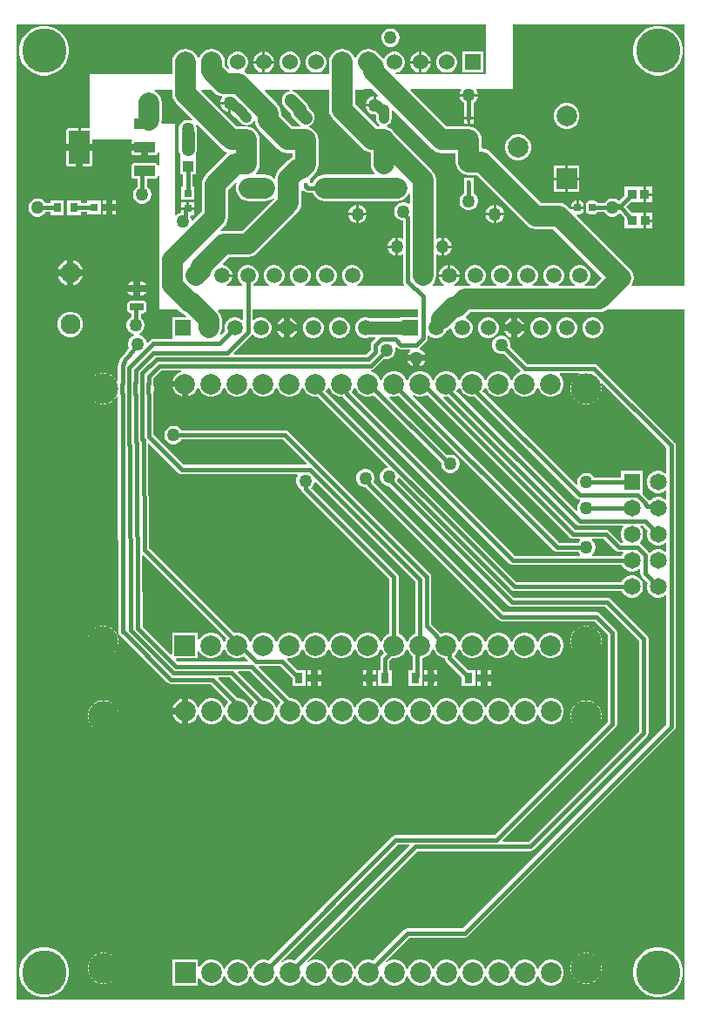
<source format=gtl>
G04*
G04 #@! TF.GenerationSoftware,Altium Limited,Altium Designer,24.3.1 (35)*
G04*
G04 Layer_Physical_Order=1*
G04 Layer_Color=255*
%FSLAX25Y25*%
%MOIN*%
G70*
G04*
G04 #@! TF.SameCoordinates,59408384-AF90-41EA-90E0-151A5B2CE245*
G04*
G04*
G04 #@! TF.FilePolarity,Positive*
G04*
G01*
G75*
G04:AMPARAMS|DCode=16|XSize=29.92mil|YSize=26mil|CornerRadius=3.25mil|HoleSize=0mil|Usage=FLASHONLY|Rotation=270.000|XOffset=0mil|YOffset=0mil|HoleType=Round|Shape=RoundedRectangle|*
%AMROUNDEDRECTD16*
21,1,0.02992,0.01950,0,0,270.0*
21,1,0.02342,0.02600,0,0,270.0*
1,1,0.00650,-0.00975,-0.01171*
1,1,0.00650,-0.00975,0.01171*
1,1,0.00650,0.00975,0.01171*
1,1,0.00650,0.00975,-0.01171*
%
%ADD16ROUNDEDRECTD16*%
G04:AMPARAMS|DCode=17|XSize=127.95mil|YSize=80.71mil|CornerRadius=2.02mil|HoleSize=0mil|Usage=FLASHONLY|Rotation=270.000|XOffset=0mil|YOffset=0mil|HoleType=Round|Shape=RoundedRectangle|*
%AMROUNDEDRECTD17*
21,1,0.12795,0.07667,0,0,270.0*
21,1,0.12392,0.08071,0,0,270.0*
1,1,0.00404,-0.03834,-0.06196*
1,1,0.00404,-0.03834,0.06196*
1,1,0.00404,0.03834,0.06196*
1,1,0.00404,0.03834,-0.06196*
%
%ADD17ROUNDEDRECTD17*%
G04:AMPARAMS|DCode=18|XSize=39.37mil|YSize=80.71mil|CornerRadius=1.97mil|HoleSize=0mil|Usage=FLASHONLY|Rotation=270.000|XOffset=0mil|YOffset=0mil|HoleType=Round|Shape=RoundedRectangle|*
%AMROUNDEDRECTD18*
21,1,0.03937,0.07677,0,0,270.0*
21,1,0.03543,0.08071,0,0,270.0*
1,1,0.00394,-0.03839,-0.01772*
1,1,0.00394,-0.03839,0.01772*
1,1,0.00394,0.03839,0.01772*
1,1,0.00394,0.03839,-0.01772*
%
%ADD18ROUNDEDRECTD18*%
%ADD19R,0.03740X0.03740*%
%ADD20R,0.03150X0.03937*%
%ADD21R,0.03150X0.03150*%
%ADD22R,0.01772X0.02323*%
%ADD23R,0.03110X0.03661*%
%ADD24R,0.03937X0.04331*%
G04:AMPARAMS|DCode=25|XSize=51.18mil|YSize=29.92mil|CornerRadius=3.74mil|HoleSize=0mil|Usage=FLASHONLY|Rotation=180.000|XOffset=0mil|YOffset=0mil|HoleType=Round|Shape=RoundedRectangle|*
%AMROUNDEDRECTD25*
21,1,0.05118,0.02244,0,0,180.0*
21,1,0.04370,0.02992,0,0,180.0*
1,1,0.00748,-0.02185,0.01122*
1,1,0.00748,0.02185,0.01122*
1,1,0.00748,0.02185,-0.01122*
1,1,0.00748,-0.02185,-0.01122*
%
%ADD25ROUNDEDRECTD25*%
%ADD26R,0.03150X0.03150*%
%ADD50C,0.01500*%
%ADD51C,0.08000*%
%ADD52C,0.04000*%
%ADD53C,0.05000*%
%ADD54C,0.06000*%
%ADD55R,0.06000X0.06000*%
%ADD56C,0.11811*%
%ADD57C,0.07874*%
%ADD58R,0.07874X0.07874*%
%ADD59C,0.06496*%
%ADD60R,0.06496X0.06496*%
%ADD61R,0.05906X0.05906*%
%ADD62C,0.05906*%
%ADD63C,0.07677*%
%ADD64C,0.05000*%
%ADD65C,0.17000*%
G36*
X264000Y446000D02*
X229542D01*
X229505Y446055D01*
X229537Y446223D01*
X229746Y446594D01*
X230617Y446828D01*
X231529Y447354D01*
X232274Y448099D01*
X232801Y449011D01*
X233073Y450029D01*
Y451082D01*
X232801Y452099D01*
X232274Y453011D01*
X231529Y453756D01*
X230617Y454283D01*
X229600Y454555D01*
X228547D01*
X227529Y454283D01*
X226617Y453756D01*
X225872Y453011D01*
X225346Y452099D01*
X225313Y451979D01*
X224823Y451881D01*
X224639Y452121D01*
X222639Y454121D01*
X221595Y454923D01*
X220378Y455426D01*
X219073Y455598D01*
X217768Y455426D01*
X216551Y454923D01*
X215507Y454121D01*
X214706Y453077D01*
X214344Y452203D01*
X213803D01*
X213441Y453077D01*
X212639Y454121D01*
X211595Y454923D01*
X210378Y455426D01*
X209073Y455598D01*
X207768Y455426D01*
X206552Y454923D01*
X205507Y454121D01*
X204706Y453077D01*
X204202Y451860D01*
X204030Y450555D01*
Y446000D01*
X172961D01*
X172895Y446066D01*
X171850Y446868D01*
X171706Y446927D01*
X171662Y447487D01*
X172274Y448099D01*
X172801Y449011D01*
X173073Y450029D01*
Y451082D01*
X172801Y452099D01*
X172274Y453011D01*
X171529Y453756D01*
X170617Y454283D01*
X169600Y454555D01*
X168546D01*
X167529Y454283D01*
X166617Y453756D01*
X165872Y453011D01*
X165346Y452099D01*
X165073Y451082D01*
Y450029D01*
X165346Y449011D01*
X165698Y448400D01*
X165298Y448093D01*
X164116Y449275D01*
Y450555D01*
X163944Y451860D01*
X163441Y453077D01*
X162639Y454121D01*
X161595Y454923D01*
X160378Y455426D01*
X159073Y455598D01*
X157768Y455426D01*
X156552Y454923D01*
X155507Y454121D01*
X154706Y453077D01*
X154344Y452203D01*
X153803D01*
X153441Y453077D01*
X152639Y454121D01*
X151595Y454923D01*
X150378Y455426D01*
X149073Y455598D01*
X147768Y455426D01*
X146552Y454923D01*
X145507Y454121D01*
X144706Y453077D01*
X144202Y451860D01*
X144030Y450555D01*
Y446000D01*
X112500D01*
Y425613D01*
X112334Y425476D01*
X109000D01*
Y419305D01*
X113559D01*
Y421000D01*
X128431D01*
X128672Y420500D01*
X128534Y420294D01*
X128441Y419827D01*
Y419305D01*
X133500D01*
Y418055D01*
X134750D01*
Y415063D01*
X137339D01*
X137806Y415156D01*
X138201Y415421D01*
X138466Y415816D01*
X138500Y415987D01*
X139000Y415938D01*
Y411117D01*
X138500Y411068D01*
X138466Y411239D01*
X138201Y411634D01*
X137806Y411899D01*
X137339Y411992D01*
X129661D01*
X129194Y411899D01*
X128798Y411634D01*
X128534Y411239D01*
X128441Y410772D01*
Y407228D01*
X128534Y406761D01*
X128798Y406365D01*
X129194Y406101D01*
X129661Y406008D01*
X130716D01*
Y403011D01*
X130351Y402801D01*
X129699Y402149D01*
X129238Y401351D01*
X129000Y400461D01*
Y399539D01*
X129238Y398649D01*
X129699Y397851D01*
X130351Y397199D01*
X131149Y396739D01*
X132039Y396500D01*
X132961D01*
X133851Y396739D01*
X134649Y397199D01*
X135301Y397851D01*
X135761Y398649D01*
X136000Y399539D01*
Y400461D01*
X135761Y401351D01*
X135301Y402149D01*
X134649Y402801D01*
X134284Y403011D01*
Y406008D01*
X137339D01*
X137806Y406101D01*
X138201Y406365D01*
X138466Y406761D01*
X138500Y406932D01*
X139000Y406883D01*
Y375328D01*
X138957Y375000D01*
Y365272D01*
X139000Y364944D01*
Y356000D01*
X146140D01*
X147082Y355058D01*
X148126Y354257D01*
X148914Y353930D01*
X149430Y353415D01*
X149239Y352953D01*
X144047D01*
Y345047D01*
X143656Y344784D01*
X136893D01*
X136893Y344784D01*
X136211Y344649D01*
X135632Y344262D01*
X135632Y344262D01*
X134660Y343290D01*
X134137Y343474D01*
X133953Y344159D01*
X133492Y344957D01*
X132841Y345609D01*
X132043Y346070D01*
X131415Y346238D01*
X131367Y346615D01*
X131392Y346762D01*
X132149Y347199D01*
X132801Y347851D01*
X133262Y348649D01*
X133500Y349539D01*
Y350461D01*
X133262Y351351D01*
X132801Y352149D01*
X132149Y352801D01*
X132034Y352867D01*
Y354434D01*
X132685D01*
X133221Y354540D01*
X133676Y354844D01*
X133979Y355298D01*
X134086Y355835D01*
Y358079D01*
X133979Y358615D01*
X133676Y359069D01*
X133221Y359373D01*
X132685Y359480D01*
X128315D01*
X127779Y359373D01*
X127324Y359069D01*
X127021Y358615D01*
X126914Y358079D01*
Y355835D01*
X127021Y355298D01*
X127324Y354844D01*
X127779Y354540D01*
X128315Y354434D01*
X128466D01*
Y353156D01*
X127851Y352801D01*
X127199Y352149D01*
X126739Y351351D01*
X126500Y350461D01*
Y349539D01*
X126739Y348649D01*
X127199Y347851D01*
X127851Y347199D01*
X128649Y346739D01*
X129276Y346570D01*
X129325Y346193D01*
X129300Y346046D01*
X128542Y345609D01*
X127891Y344957D01*
X127430Y344159D01*
X127191Y343269D01*
Y342348D01*
X127430Y341458D01*
X127484Y341364D01*
X126100Y339406D01*
X124807Y338113D01*
X124641Y337865D01*
X124462Y337628D01*
X123394Y335419D01*
X123381Y335368D01*
X123352Y335325D01*
X123293Y335033D01*
X123219Y334745D01*
X123226Y334693D01*
X123216Y334642D01*
Y328743D01*
X122716Y328591D01*
X122166Y329414D01*
X121343Y330237D01*
X120376Y330883D01*
X119301Y331328D01*
X118160Y331555D01*
X116997D01*
X115856Y331328D01*
X114781Y330883D01*
X113814Y330237D01*
X112992Y329414D01*
X112345Y328447D01*
X111900Y327372D01*
X111673Y326231D01*
Y325068D01*
X111900Y323927D01*
X112345Y322852D01*
X112992Y321885D01*
X113814Y321062D01*
X114781Y320416D01*
X115856Y319971D01*
X116997Y319744D01*
X118160D01*
X119301Y319971D01*
X120376Y320416D01*
X121343Y321062D01*
X122166Y321885D01*
X122716Y322708D01*
X123216Y322556D01*
Y303358D01*
X123216Y303355D01*
X123216Y303352D01*
X123450Y232689D01*
X123519Y232349D01*
X123586Y232012D01*
X123588Y232009D01*
X123588Y232006D01*
X123781Y231720D01*
X123973Y231433D01*
X124412Y230994D01*
X142167Y213238D01*
X142167Y213238D01*
X142746Y212852D01*
X143429Y212716D01*
X143429Y212716D01*
X158678D01*
X165529Y205865D01*
X165045Y205382D01*
X164395Y204256D01*
X164255Y203731D01*
X163737D01*
X163597Y204256D01*
X162947Y205382D01*
X162027Y206301D01*
X160902Y206951D01*
X159646Y207287D01*
X158346D01*
X157090Y206951D01*
X155965Y206301D01*
X155045Y205382D01*
X154395Y204256D01*
X154255Y203731D01*
X153737D01*
X153597Y204256D01*
X152947Y205382D01*
X152027Y206301D01*
X150902Y206951D01*
X150246Y207127D01*
Y202350D01*
Y197574D01*
X150902Y197750D01*
X152027Y198400D01*
X152947Y199319D01*
X153597Y200445D01*
X153737Y200970D01*
X154255D01*
X154395Y200445D01*
X155045Y199319D01*
X155965Y198400D01*
X157090Y197750D01*
X158346Y197413D01*
X159646D01*
X160902Y197750D01*
X162027Y198400D01*
X162947Y199319D01*
X163597Y200445D01*
X163737Y200970D01*
X164255D01*
X164395Y200445D01*
X165045Y199319D01*
X165965Y198400D01*
X167090Y197750D01*
X168346Y197413D01*
X169646D01*
X170902Y197750D01*
X172027Y198400D01*
X172947Y199319D01*
X173597Y200445D01*
X173737Y200970D01*
X174255D01*
X174396Y200445D01*
X175046Y199319D01*
X175965Y198400D01*
X177091Y197750D01*
X178346Y197413D01*
X179646D01*
X180902Y197750D01*
X182027Y198400D01*
X182947Y199319D01*
X183597Y200445D01*
X183737Y200970D01*
X184255D01*
X184396Y200445D01*
X185046Y199319D01*
X185965Y198400D01*
X187091Y197750D01*
X188346Y197413D01*
X189646D01*
X190902Y197750D01*
X192027Y198400D01*
X192947Y199319D01*
X193597Y200445D01*
X193737Y200970D01*
X194255D01*
X194395Y200445D01*
X195045Y199319D01*
X195965Y198400D01*
X197090Y197750D01*
X198346Y197413D01*
X199646D01*
X200902Y197750D01*
X202027Y198400D01*
X202947Y199319D01*
X203597Y200445D01*
X203737Y200970D01*
X204255D01*
X204396Y200445D01*
X205046Y199319D01*
X205965Y198400D01*
X207090Y197750D01*
X208346Y197413D01*
X209646D01*
X210902Y197750D01*
X212027Y198400D01*
X212947Y199319D01*
X213597Y200445D01*
X213737Y200970D01*
X214255D01*
X214395Y200445D01*
X215045Y199319D01*
X215965Y198400D01*
X217091Y197750D01*
X218346Y197413D01*
X219646D01*
X220902Y197750D01*
X222027Y198400D01*
X222947Y199319D01*
X223597Y200445D01*
X223737Y200970D01*
X224255D01*
X224395Y200445D01*
X225045Y199319D01*
X225965Y198400D01*
X227091Y197750D01*
X228346Y197413D01*
X229646D01*
X230902Y197750D01*
X232027Y198400D01*
X232947Y199319D01*
X233597Y200445D01*
X233737Y200970D01*
X234255D01*
X234396Y200445D01*
X235046Y199319D01*
X235965Y198400D01*
X237090Y197750D01*
X238346Y197413D01*
X239646D01*
X240902Y197750D01*
X242027Y198400D01*
X242947Y199319D01*
X243597Y200445D01*
X243737Y200970D01*
X244255D01*
X244395Y200445D01*
X245045Y199319D01*
X245965Y198400D01*
X247091Y197750D01*
X248346Y197413D01*
X249646D01*
X250902Y197750D01*
X252027Y198400D01*
X252947Y199319D01*
X253597Y200445D01*
X253737Y200970D01*
X254255D01*
X254396Y200445D01*
X255046Y199319D01*
X255965Y198400D01*
X257090Y197750D01*
X258346Y197413D01*
X259646D01*
X260902Y197750D01*
X262027Y198400D01*
X262947Y199319D01*
X263597Y200445D01*
X263737Y200970D01*
X264255D01*
X264395Y200445D01*
X265045Y199319D01*
X265965Y198400D01*
X267091Y197750D01*
X268346Y197413D01*
X269646D01*
X270902Y197750D01*
X272027Y198400D01*
X272947Y199319D01*
X273597Y200445D01*
X273737Y200970D01*
X274255D01*
X274395Y200445D01*
X275045Y199319D01*
X275965Y198400D01*
X277091Y197750D01*
X278346Y197413D01*
X279646D01*
X280902Y197750D01*
X282027Y198400D01*
X282947Y199319D01*
X283597Y200445D01*
X283737Y200970D01*
X284255D01*
X284396Y200445D01*
X285046Y199319D01*
X285965Y198400D01*
X287090Y197750D01*
X288346Y197413D01*
X289646D01*
X290902Y197750D01*
X292027Y198400D01*
X292947Y199319D01*
X293597Y200445D01*
X293933Y201700D01*
Y203000D01*
X293597Y204256D01*
X292947Y205382D01*
X292027Y206301D01*
X290902Y206951D01*
X289646Y207287D01*
X288346D01*
X287090Y206951D01*
X285965Y206301D01*
X285046Y205382D01*
X284396Y204256D01*
X284255Y203731D01*
X283737D01*
X283597Y204256D01*
X282947Y205382D01*
X282027Y206301D01*
X280902Y206951D01*
X279646Y207287D01*
X278346D01*
X277091Y206951D01*
X275965Y206301D01*
X275045Y205382D01*
X274395Y204256D01*
X274255Y203731D01*
X273737D01*
X273597Y204256D01*
X272947Y205382D01*
X272027Y206301D01*
X270902Y206951D01*
X269646Y207287D01*
X268346D01*
X267091Y206951D01*
X265965Y206301D01*
X265045Y205382D01*
X264395Y204256D01*
X264255Y203731D01*
X263737D01*
X263597Y204256D01*
X262947Y205382D01*
X262027Y206301D01*
X260902Y206951D01*
X259646Y207287D01*
X258346D01*
X257090Y206951D01*
X255965Y206301D01*
X255046Y205382D01*
X254396Y204256D01*
X254255Y203731D01*
X253737D01*
X253597Y204256D01*
X252947Y205382D01*
X252027Y206301D01*
X250902Y206951D01*
X249646Y207287D01*
X248346D01*
X247091Y206951D01*
X245965Y206301D01*
X245045Y205382D01*
X244395Y204256D01*
X244255Y203731D01*
X243737D01*
X243597Y204256D01*
X242947Y205382D01*
X242027Y206301D01*
X240902Y206951D01*
X239646Y207287D01*
X238346D01*
X237090Y206951D01*
X235965Y206301D01*
X235046Y205382D01*
X234396Y204256D01*
X234255Y203731D01*
X233737D01*
X233597Y204256D01*
X232947Y205382D01*
X232027Y206301D01*
X230902Y206951D01*
X229646Y207287D01*
X228346D01*
X227091Y206951D01*
X225965Y206301D01*
X225045Y205382D01*
X224395Y204256D01*
X224255Y203731D01*
X223737D01*
X223597Y204256D01*
X222947Y205382D01*
X222027Y206301D01*
X220902Y206951D01*
X219646Y207287D01*
X218346D01*
X217091Y206951D01*
X215965Y206301D01*
X215045Y205382D01*
X214395Y204256D01*
X214255Y203731D01*
X213737D01*
X213597Y204256D01*
X212947Y205382D01*
X212027Y206301D01*
X210902Y206951D01*
X209646Y207287D01*
X208346D01*
X207090Y206951D01*
X205965Y206301D01*
X205046Y205382D01*
X204396Y204256D01*
X204255Y203731D01*
X203737D01*
X203597Y204256D01*
X202947Y205382D01*
X202027Y206301D01*
X200902Y206951D01*
X199646Y207287D01*
X198346D01*
X197090Y206951D01*
X195965Y206301D01*
X195045Y205382D01*
X194395Y204256D01*
X194255Y203731D01*
X193737D01*
X193597Y204256D01*
X192947Y205382D01*
X192027Y206301D01*
X190902Y206951D01*
X189646Y207287D01*
X189153D01*
X177187Y219254D01*
X177378Y219716D01*
X185355D01*
X190020Y215051D01*
Y212032D01*
X195169D01*
Y217969D01*
X192149D01*
X188001Y222117D01*
X188260Y222565D01*
X188267Y222563D01*
X189567D01*
X190823Y222899D01*
X191949Y223549D01*
X192868Y224469D01*
X193518Y225594D01*
X193658Y226119D01*
X194176D01*
X194317Y225594D01*
X194967Y224469D01*
X195886Y223549D01*
X197012Y222899D01*
X198267Y222563D01*
X199567D01*
X200823Y222899D01*
X201949Y223549D01*
X202868Y224469D01*
X203518Y225594D01*
X203659Y226119D01*
X204176D01*
X204317Y225594D01*
X204967Y224469D01*
X205886Y223549D01*
X207012Y222899D01*
X208267Y222563D01*
X209567D01*
X210823Y222899D01*
X211949Y223549D01*
X212868Y224469D01*
X213518Y225594D01*
X213658Y226119D01*
X214176D01*
X214317Y225594D01*
X214967Y224469D01*
X215886Y223549D01*
X217012Y222899D01*
X218267Y222563D01*
X219567D01*
X220823Y222899D01*
X221949Y223549D01*
X222868Y224469D01*
X223518Y225594D01*
X223658Y226119D01*
X224176D01*
X224317Y225594D01*
X224967Y224469D01*
X225027Y224408D01*
X224191Y223572D01*
X223804Y222993D01*
X223669Y222311D01*
Y217969D01*
X222878D01*
Y212032D01*
X228028D01*
Y217969D01*
X227237D01*
Y221572D01*
X228237Y222571D01*
X228267Y222563D01*
X229567D01*
X230823Y222899D01*
X231949Y223549D01*
X232868Y224469D01*
X233518Y225594D01*
X233659Y226119D01*
X234176D01*
X234317Y225594D01*
X234967Y224469D01*
X235886Y223549D01*
X236088Y223433D01*
Y217969D01*
X234472D01*
Y212032D01*
X239622D01*
Y215652D01*
X239656Y215825D01*
X239656Y215825D01*
Y222587D01*
X240823Y222899D01*
X241949Y223549D01*
X242868Y224469D01*
X243518Y225594D01*
X243658Y226119D01*
X244176D01*
X244317Y225594D01*
X244967Y224469D01*
X245886Y223549D01*
X247012Y222899D01*
X248267Y222563D01*
X248391D01*
X248488Y222074D01*
X248875Y221495D01*
X254925Y215445D01*
Y212032D01*
X260075D01*
Y217969D01*
X257449D01*
X252243Y223174D01*
X251949Y223549D01*
X252868Y224469D01*
X253518Y225594D01*
X253659Y226119D01*
X254176D01*
X254317Y225594D01*
X254967Y224469D01*
X255886Y223549D01*
X257012Y222899D01*
X258267Y222563D01*
X259567D01*
X260823Y222899D01*
X261949Y223549D01*
X262868Y224469D01*
X263518Y225594D01*
X263658Y226119D01*
X264176D01*
X264317Y225594D01*
X264967Y224469D01*
X265886Y223549D01*
X267012Y222899D01*
X268267Y222563D01*
X269567D01*
X270823Y222899D01*
X271949Y223549D01*
X272868Y224469D01*
X273518Y225594D01*
X273658Y226119D01*
X274176D01*
X274317Y225594D01*
X274967Y224469D01*
X275886Y223549D01*
X277012Y222899D01*
X278267Y222563D01*
X279567D01*
X280823Y222899D01*
X281949Y223549D01*
X282868Y224469D01*
X283518Y225594D01*
X283659Y226119D01*
X284176D01*
X284317Y225594D01*
X284967Y224469D01*
X285886Y223549D01*
X287012Y222899D01*
X288267Y222563D01*
X289567D01*
X290823Y222899D01*
X291949Y223549D01*
X292868Y224469D01*
X293518Y225594D01*
X293854Y226850D01*
Y228150D01*
X293518Y229406D01*
X292868Y230531D01*
X291949Y231451D01*
X290823Y232101D01*
X289567Y232437D01*
X288267D01*
X287012Y232101D01*
X285886Y231451D01*
X284967Y230531D01*
X284317Y229406D01*
X284176Y228881D01*
X283659D01*
X283518Y229406D01*
X282868Y230531D01*
X281949Y231451D01*
X280823Y232101D01*
X279567Y232437D01*
X278267D01*
X277012Y232101D01*
X275886Y231451D01*
X274967Y230531D01*
X274317Y229406D01*
X274176Y228881D01*
X273658D01*
X273518Y229406D01*
X272868Y230531D01*
X271949Y231451D01*
X270823Y232101D01*
X269567Y232437D01*
X268267D01*
X267012Y232101D01*
X265886Y231451D01*
X264967Y230531D01*
X264317Y229406D01*
X264176Y228881D01*
X263658D01*
X263518Y229406D01*
X262868Y230531D01*
X261949Y231451D01*
X260823Y232101D01*
X259567Y232437D01*
X258267D01*
X257012Y232101D01*
X255886Y231451D01*
X254967Y230531D01*
X254317Y229406D01*
X254176Y228881D01*
X253659D01*
X253518Y229406D01*
X252868Y230531D01*
X251949Y231451D01*
X250823Y232101D01*
X249567Y232437D01*
X248267D01*
X247012Y232101D01*
X246903Y232038D01*
X243202Y235739D01*
Y253629D01*
X243202Y253629D01*
X243066Y254311D01*
X242679Y254890D01*
X242679Y254890D01*
X188308Y309262D01*
X187729Y309648D01*
X187046Y309784D01*
X147511D01*
X147301Y310149D01*
X146649Y310801D01*
X145851Y311262D01*
X144961Y311500D01*
X144039D01*
X143149Y311262D01*
X142351Y310801D01*
X141699Y310149D01*
X141238Y309351D01*
X141000Y308461D01*
Y307539D01*
X141238Y306649D01*
X141699Y305851D01*
X142351Y305199D01*
X143149Y304738D01*
X144039Y304500D01*
X144961D01*
X145851Y304738D01*
X146649Y305199D01*
X147301Y305851D01*
X147511Y306216D01*
X186307D01*
X195526Y296996D01*
X195335Y296534D01*
X148489D01*
X136784Y308239D01*
Y322554D01*
X136873Y323277D01*
X136872Y323298D01*
X137026Y325650D01*
X136872Y328002D01*
X136873Y328022D01*
X136784Y328745D01*
Y329761D01*
X139739Y332716D01*
X147376D01*
X147441Y332216D01*
X147012Y332101D01*
X145886Y331451D01*
X144967Y330531D01*
X144317Y329406D01*
X144141Y328750D01*
X148917D01*
Y327500D01*
X150167D01*
Y322724D01*
X150823Y322899D01*
X151949Y323549D01*
X152868Y324469D01*
X153518Y325594D01*
X153658Y326119D01*
X154176D01*
X154317Y325594D01*
X154967Y324469D01*
X155886Y323549D01*
X157012Y322899D01*
X158267Y322563D01*
X159567D01*
X160823Y322899D01*
X161949Y323549D01*
X162868Y324469D01*
X163518Y325594D01*
X163658Y326119D01*
X164176D01*
X164317Y325594D01*
X164967Y324469D01*
X165886Y323549D01*
X167012Y322899D01*
X168267Y322563D01*
X169567D01*
X170823Y322899D01*
X171949Y323549D01*
X172868Y324469D01*
X173518Y325594D01*
X173659Y326119D01*
X174176D01*
X174317Y325594D01*
X174967Y324469D01*
X175886Y323549D01*
X177012Y322899D01*
X178267Y322563D01*
X179567D01*
X180823Y322899D01*
X181949Y323549D01*
X182868Y324469D01*
X183518Y325594D01*
X183659Y326119D01*
X184176D01*
X184317Y325594D01*
X184967Y324469D01*
X185886Y323549D01*
X187012Y322899D01*
X188267Y322563D01*
X189567D01*
X190823Y322899D01*
X191949Y323549D01*
X192868Y324469D01*
X193518Y325594D01*
X193658Y326119D01*
X194176D01*
X194317Y325594D01*
X194967Y324469D01*
X195886Y323549D01*
X197012Y322899D01*
X198267Y322563D01*
X199567D01*
X199840Y322636D01*
X226513Y295964D01*
X226329Y295440D01*
X225644Y295256D01*
X224846Y294795D01*
X224194Y294144D01*
X223733Y293346D01*
X223495Y292456D01*
Y291534D01*
X223733Y290644D01*
X224194Y289846D01*
X224846Y289194D01*
X225644Y288733D01*
X226534Y288495D01*
X227020D01*
X227097Y288380D01*
X272738Y242738D01*
X273317Y242352D01*
X274000Y242216D01*
X309761D01*
X322716Y229261D01*
Y194739D01*
X280360Y152383D01*
X270658D01*
X270467Y152845D01*
X313838Y196217D01*
X313839Y196217D01*
X314225Y196796D01*
X314361Y197479D01*
X314361Y197479D01*
Y232423D01*
X314225Y233106D01*
X313839Y233685D01*
X307762Y239762D01*
X307183Y240148D01*
X306500Y240284D01*
X270739D01*
X221120Y289904D01*
X221262Y290149D01*
X221500Y291039D01*
Y291961D01*
X221262Y292851D01*
X220801Y293649D01*
X220149Y294301D01*
X219351Y294761D01*
X218461Y295000D01*
X217539D01*
X216649Y294761D01*
X215851Y294301D01*
X215199Y293649D01*
X214738Y292851D01*
X214500Y291961D01*
Y291039D01*
X214738Y290149D01*
X215199Y289351D01*
X215851Y288699D01*
X216649Y288239D01*
X217539Y288000D01*
X218017D01*
X218097Y287880D01*
X268738Y237238D01*
X269317Y236852D01*
X270000Y236716D01*
X270000Y236716D01*
X305761D01*
X310792Y231684D01*
Y198218D01*
X267458Y154883D01*
X229599D01*
X229599Y154883D01*
X228916Y154748D01*
X228337Y154361D01*
X228337Y154361D01*
X180918Y106941D01*
X180902Y106951D01*
X179646Y107287D01*
X178346D01*
X177091Y106951D01*
X175965Y106301D01*
X175046Y105382D01*
X174396Y104256D01*
X174255Y103731D01*
X173737D01*
X173597Y104256D01*
X172947Y105382D01*
X172027Y106301D01*
X170902Y106951D01*
X169646Y107287D01*
X168346D01*
X167090Y106951D01*
X165965Y106301D01*
X165045Y105382D01*
X164395Y104256D01*
X164255Y103731D01*
X163737D01*
X163597Y104256D01*
X162947Y105382D01*
X162027Y106301D01*
X160902Y106951D01*
X159646Y107287D01*
X158346D01*
X157090Y106951D01*
X155965Y106301D01*
X155045Y105382D01*
X154672Y104735D01*
X154018Y104602D01*
X153933Y104666D01*
Y107287D01*
X144059D01*
Y97413D01*
X153933D01*
Y100035D01*
X154018Y100099D01*
X154672Y99966D01*
X155045Y99319D01*
X155965Y98400D01*
X157090Y97750D01*
X158346Y97413D01*
X159646D01*
X160902Y97750D01*
X162027Y98400D01*
X162947Y99319D01*
X163597Y100445D01*
X163737Y100970D01*
X164255D01*
X164395Y100445D01*
X165045Y99319D01*
X165965Y98400D01*
X167090Y97750D01*
X168346Y97413D01*
X169646D01*
X170902Y97750D01*
X172027Y98400D01*
X172947Y99319D01*
X173597Y100445D01*
X173737Y100970D01*
X174255D01*
X174396Y100445D01*
X175046Y99319D01*
X175965Y98400D01*
X177091Y97750D01*
X178346Y97413D01*
X179646D01*
X180902Y97750D01*
X182027Y98400D01*
X182947Y99319D01*
X183597Y100445D01*
X183737Y100970D01*
X184255D01*
X184396Y100445D01*
X185046Y99319D01*
X185965Y98400D01*
X187091Y97750D01*
X188346Y97413D01*
X189646D01*
X190902Y97750D01*
X192027Y98400D01*
X192947Y99319D01*
X193597Y100445D01*
X193737Y100970D01*
X194255D01*
X194395Y100445D01*
X195045Y99319D01*
X195965Y98400D01*
X197090Y97750D01*
X198346Y97413D01*
X199646D01*
X200902Y97750D01*
X202027Y98400D01*
X202947Y99319D01*
X203597Y100445D01*
X203737Y100970D01*
X204255D01*
X204396Y100445D01*
X205046Y99319D01*
X205965Y98400D01*
X207090Y97750D01*
X208346Y97413D01*
X209646D01*
X210902Y97750D01*
X212027Y98400D01*
X212947Y99319D01*
X213597Y100445D01*
X213737Y100970D01*
X214255D01*
X214395Y100445D01*
X215045Y99319D01*
X215965Y98400D01*
X217091Y97750D01*
X218346Y97413D01*
X219646D01*
X220902Y97750D01*
X222027Y98400D01*
X222947Y99319D01*
X223597Y100445D01*
X223737Y100970D01*
X224255D01*
X224395Y100445D01*
X225045Y99319D01*
X225965Y98400D01*
X227091Y97750D01*
X228346Y97413D01*
X229646D01*
X230902Y97750D01*
X232027Y98400D01*
X232947Y99319D01*
X233597Y100445D01*
X233737Y100970D01*
X234255D01*
X234396Y100445D01*
X235046Y99319D01*
X235965Y98400D01*
X237090Y97750D01*
X238346Y97413D01*
X239646D01*
X240902Y97750D01*
X242027Y98400D01*
X242947Y99319D01*
X243597Y100445D01*
X243737Y100970D01*
X244255D01*
X244395Y100445D01*
X245045Y99319D01*
X245965Y98400D01*
X247091Y97750D01*
X248346Y97413D01*
X249646D01*
X250902Y97750D01*
X252027Y98400D01*
X252947Y99319D01*
X253597Y100445D01*
X253737Y100970D01*
X254255D01*
X254396Y100445D01*
X255046Y99319D01*
X255965Y98400D01*
X257090Y97750D01*
X258346Y97413D01*
X259646D01*
X260902Y97750D01*
X262027Y98400D01*
X262947Y99319D01*
X263597Y100445D01*
X263737Y100970D01*
X264255D01*
X264395Y100445D01*
X265045Y99319D01*
X265965Y98400D01*
X267091Y97750D01*
X268346Y97413D01*
X269646D01*
X270902Y97750D01*
X272027Y98400D01*
X272947Y99319D01*
X273597Y100445D01*
X273737Y100970D01*
X274255D01*
X274395Y100445D01*
X275045Y99319D01*
X275965Y98400D01*
X277091Y97750D01*
X278346Y97413D01*
X279646D01*
X280902Y97750D01*
X282027Y98400D01*
X282947Y99319D01*
X283597Y100445D01*
X283737Y100970D01*
X284255D01*
X284396Y100445D01*
X285046Y99319D01*
X285965Y98400D01*
X287090Y97750D01*
X288346Y97413D01*
X289646D01*
X290902Y97750D01*
X292027Y98400D01*
X292947Y99319D01*
X293597Y100445D01*
X293933Y101700D01*
Y103000D01*
X293597Y104256D01*
X292947Y105382D01*
X292027Y106301D01*
X290902Y106951D01*
X289646Y107287D01*
X288346D01*
X287090Y106951D01*
X285965Y106301D01*
X285046Y105382D01*
X284396Y104256D01*
X284255Y103731D01*
X283737D01*
X283597Y104256D01*
X282947Y105382D01*
X282027Y106301D01*
X280902Y106951D01*
X279646Y107287D01*
X278346D01*
X277091Y106951D01*
X275965Y106301D01*
X275045Y105382D01*
X274395Y104256D01*
X274255Y103731D01*
X273737D01*
X273597Y104256D01*
X272947Y105382D01*
X272027Y106301D01*
X270902Y106951D01*
X269646Y107287D01*
X268346D01*
X267091Y106951D01*
X265965Y106301D01*
X265045Y105382D01*
X264395Y104256D01*
X264255Y103731D01*
X263737D01*
X263597Y104256D01*
X262947Y105382D01*
X262027Y106301D01*
X260902Y106951D01*
X259646Y107287D01*
X258346D01*
X257090Y106951D01*
X255965Y106301D01*
X255046Y105382D01*
X254396Y104256D01*
X254255Y103731D01*
X253737D01*
X253597Y104256D01*
X252947Y105382D01*
X252027Y106301D01*
X250902Y106951D01*
X249646Y107287D01*
X248346D01*
X247091Y106951D01*
X245965Y106301D01*
X245045Y105382D01*
X244395Y104256D01*
X244255Y103731D01*
X243737D01*
X243597Y104256D01*
X242947Y105382D01*
X242027Y106301D01*
X240902Y106951D01*
X239646Y107287D01*
X238346D01*
X237090Y106951D01*
X235965Y106301D01*
X235046Y105382D01*
X234396Y104256D01*
X234255Y103731D01*
X233737D01*
X233597Y104256D01*
X232947Y105382D01*
X232027Y106301D01*
X230902Y106951D01*
X229646Y107287D01*
X228346D01*
X227091Y106951D01*
X226123Y106392D01*
X225816Y106792D01*
X234739Y115716D01*
X256000D01*
X256683Y115851D01*
X257262Y116238D01*
X336260Y195236D01*
X336260Y195236D01*
X336647Y195815D01*
X336782Y196498D01*
X336782Y196498D01*
Y303899D01*
X336647Y304582D01*
X336260Y305161D01*
X336260Y305161D01*
X306854Y334567D01*
X306275Y334954D01*
X305592Y335089D01*
X279934D01*
X273391Y341632D01*
X273500Y342039D01*
Y342961D01*
X273261Y343851D01*
X272801Y344649D01*
X272149Y345301D01*
X271351Y345761D01*
X270461Y346000D01*
X269539D01*
X268649Y345761D01*
X267851Y345301D01*
X267199Y344649D01*
X266739Y343851D01*
X266500Y342961D01*
Y342039D01*
X266739Y341149D01*
X267199Y340351D01*
X267851Y339699D01*
X268649Y339239D01*
X269539Y339000D01*
X270461D01*
X270868Y339109D01*
X277340Y332637D01*
X277210Y332154D01*
X277012Y332101D01*
X275886Y331451D01*
X274967Y330531D01*
X274317Y329406D01*
X274176Y328881D01*
X273658D01*
X273518Y329406D01*
X272868Y330531D01*
X271949Y331451D01*
X270823Y332101D01*
X269567Y332437D01*
X268267D01*
X267012Y332101D01*
X265886Y331451D01*
X264967Y330531D01*
X264317Y329406D01*
X264176Y328881D01*
X263658D01*
X263518Y329406D01*
X262868Y330531D01*
X261949Y331451D01*
X260823Y332101D01*
X259567Y332437D01*
X258267D01*
X257012Y332101D01*
X255886Y331451D01*
X254967Y330531D01*
X254317Y329406D01*
X254176Y328881D01*
X253659D01*
X253518Y329406D01*
X252868Y330531D01*
X251949Y331451D01*
X250823Y332101D01*
X249567Y332437D01*
X248267D01*
X247012Y332101D01*
X245886Y331451D01*
X244967Y330531D01*
X244317Y329406D01*
X244176Y328881D01*
X243658D01*
X243518Y329406D01*
X242868Y330531D01*
X241949Y331451D01*
X240823Y332101D01*
X239567Y332437D01*
X238267D01*
X237012Y332101D01*
X235886Y331451D01*
X234967Y330531D01*
X234317Y329406D01*
X234176Y328881D01*
X233659D01*
X233518Y329406D01*
X232868Y330531D01*
X231949Y331451D01*
X230823Y332101D01*
X229567Y332437D01*
X228267D01*
X227012Y332101D01*
X225886Y331451D01*
X224967Y330531D01*
X224317Y329406D01*
X224176Y328881D01*
X223658D01*
X223518Y329406D01*
X222868Y330531D01*
X221949Y331451D01*
X220823Y332101D01*
X220247Y332255D01*
X220264Y332768D01*
X220683Y332852D01*
X221262Y333238D01*
X225129Y337106D01*
X225544Y336995D01*
X226466D01*
X227356Y337233D01*
X228154Y337694D01*
X228806Y338346D01*
X229267Y339144D01*
X229505Y340034D01*
Y340956D01*
X229366Y341476D01*
X229814Y341734D01*
X230310Y341238D01*
X230310Y341238D01*
X230889Y340851D01*
X231572Y340716D01*
X231572Y340716D01*
X235146D01*
X235266Y340216D01*
X234699Y339649D01*
X234239Y338851D01*
X234211Y338750D01*
X240789D01*
X240761Y338851D01*
X240301Y339649D01*
X239649Y340301D01*
X238903Y340731D01*
X238822Y341022D01*
X238813Y341289D01*
X241262Y343738D01*
X241262Y343738D01*
X241649Y344317D01*
X241784Y345000D01*
Y345919D01*
X242284Y346126D01*
X242573Y345837D01*
X243474Y345317D01*
X244480Y345047D01*
X245520D01*
X246526Y345317D01*
X247427Y345837D01*
X248163Y346573D01*
X248683Y347474D01*
X248709Y347571D01*
X249569Y347927D01*
X250547Y348677D01*
X250797Y348617D01*
X251052Y348460D01*
X251317Y347474D01*
X251837Y346573D01*
X252573Y345837D01*
X253474Y345317D01*
X254480Y345047D01*
X255520D01*
X256526Y345317D01*
X257427Y345837D01*
X258163Y346573D01*
X258683Y347474D01*
X258953Y348480D01*
Y349520D01*
X258683Y350526D01*
X258163Y351427D01*
X257427Y352163D01*
X256526Y352683D01*
X256387Y352720D01*
X256290Y353211D01*
X256519Y353387D01*
X258089Y354957D01*
X307500D01*
X308805Y355129D01*
X310022Y355632D01*
X310501Y356000D01*
X340000D01*
Y92000D01*
X84500Y92000D01*
Y421000D01*
Y465000D01*
X264000D01*
Y446000D01*
D02*
G37*
G36*
X340000Y365000D02*
X320096D01*
X319874Y365448D01*
X319996Y365607D01*
X320500Y366823D01*
X320672Y368129D01*
X320500Y369434D01*
X319996Y370650D01*
X319195Y371695D01*
X298873Y392016D01*
X299065Y392478D01*
X300219D01*
X300736Y392581D01*
X301174Y392874D01*
X301467Y393312D01*
X301570Y393829D01*
Y394500D01*
X299244D01*
X296617D01*
X296456Y394433D01*
X295569Y395320D01*
X294525Y396121D01*
X293309Y396625D01*
X292003Y396797D01*
X285335D01*
X266066Y416066D01*
X265022Y416867D01*
X263805Y417371D01*
X262543Y417537D01*
Y420571D01*
X262525Y420709D01*
X262543Y420847D01*
X262371Y422152D01*
X261867Y423368D01*
X261066Y424412D01*
X260022Y425214D01*
X258805Y425718D01*
X257500Y425890D01*
X249242D01*
X235094Y440038D01*
X235285Y440500D01*
X254398D01*
X254613Y440000D01*
X254239Y439351D01*
X254011Y438500D01*
X260989D01*
X260761Y439351D01*
X260387Y440000D01*
X260602Y440500D01*
X274500D01*
Y465000D01*
X340000D01*
Y365000D01*
D02*
G37*
G36*
X222914Y437954D02*
X222902Y437833D01*
X222360Y437461D01*
X222053Y437543D01*
Y434053D01*
X221553D01*
Y433553D01*
X218064D01*
X218292Y432702D01*
X218753Y431904D01*
X219404Y431253D01*
X220202Y430792D01*
X221093Y430553D01*
X221721D01*
X221909Y430365D01*
X221974Y430315D01*
Y429153D01*
X222077Y428370D01*
X222379Y427641D01*
X222860Y427014D01*
X223315Y426665D01*
X223145Y426165D01*
X222467D01*
X214116Y434516D01*
Y440000D01*
X217000D01*
X217500Y440500D01*
X220368D01*
X222914Y437954D01*
D02*
G37*
G36*
X144030Y438427D02*
X144202Y437122D01*
X144706Y435905D01*
X145507Y434861D01*
X151772Y428595D01*
X151465Y428195D01*
X151351Y428262D01*
X150461Y428500D01*
X149539D01*
X148649Y428262D01*
X147851Y427801D01*
X147199Y427149D01*
X146739Y426351D01*
X146500Y425461D01*
Y424539D01*
X146577Y424250D01*
X146470Y423433D01*
Y417500D01*
X146590Y416586D01*
X146943Y415735D01*
X147031Y415619D01*
Y414472D01*
X147031Y414335D01*
X147031D01*
Y413972D01*
X147031D01*
Y407642D01*
X148216D01*
Y403028D01*
X147425D01*
Y397878D01*
X152575D01*
Y403028D01*
X151784D01*
Y407642D01*
X152969D01*
Y413972D01*
X152969Y413972D01*
Y414335D01*
X152969D01*
X152969Y414472D01*
Y415619D01*
X153057Y415735D01*
X153410Y416586D01*
X153530Y417500D01*
Y423433D01*
X153423Y424250D01*
X153500Y424539D01*
Y425461D01*
X153261Y426351D01*
X153195Y426465D01*
X153595Y426772D01*
X163087Y417280D01*
X164132Y416479D01*
X164960Y416136D01*
X165036Y415563D01*
X164587Y415220D01*
X156765Y407397D01*
X155963Y406352D01*
X155459Y405136D01*
X155288Y403831D01*
Y393420D01*
X151917Y390049D01*
X151389Y390229D01*
X151208Y390904D01*
X150901Y391436D01*
X150959Y391729D01*
Y391973D01*
X152575D01*
Y394048D01*
X150000D01*
X147425D01*
Y393895D01*
X147391Y393723D01*
Y393028D01*
X146596Y392815D01*
X145798Y392354D01*
X145500Y392056D01*
X145000Y392264D01*
Y427000D01*
X140373D01*
X139934Y427500D01*
X140043Y428329D01*
Y435000D01*
X139871Y436305D01*
X139367Y437522D01*
X138566Y438566D01*
X137522Y439367D01*
X137202Y439500D01*
X137301Y440000D01*
X144030D01*
Y438427D01*
D02*
G37*
G36*
X189039Y439500D02*
X188816Y439440D01*
X188586Y439410D01*
X188373Y439321D01*
X188149Y439261D01*
X187949Y439146D01*
X187735Y439057D01*
X187551Y438916D01*
X187351Y438801D01*
X187187Y438637D01*
X187004Y438496D01*
X186863Y438313D01*
X186699Y438149D01*
X186584Y437949D01*
X186443Y437765D01*
X186354Y437551D01*
X186239Y437351D01*
X186179Y437127D01*
X186090Y436914D01*
X186060Y436684D01*
X186000Y436461D01*
Y436229D01*
X185970Y436000D01*
X186000Y435771D01*
Y435539D01*
X186060Y435316D01*
X186090Y435086D01*
X186179Y434872D01*
X186239Y434649D01*
X186354Y434449D01*
X186443Y434235D01*
X186584Y434051D01*
X186699Y433851D01*
X186863Y433687D01*
X187004Y433504D01*
X189388Y431120D01*
X189449Y430657D01*
X189802Y429805D01*
X190363Y429074D01*
X192504Y426933D01*
X193212Y426390D01*
X193216Y426339D01*
X193027Y425890D01*
X190243D01*
X185714Y430418D01*
Y431158D01*
X185542Y432463D01*
X185038Y433680D01*
X184237Y434724D01*
X179423Y439538D01*
X179614Y440000D01*
X188822D01*
X189039Y439500D01*
D02*
G37*
G36*
X160193Y438934D02*
X161238Y438132D01*
X162454Y437629D01*
X162976Y437560D01*
X163133Y437035D01*
X162739Y436351D01*
X162511Y435500D01*
X166000D01*
Y435000D01*
X166500D01*
Y431150D01*
X168148Y429502D01*
X170360Y427289D01*
X170614Y427095D01*
Y426992D01*
X170748D01*
X170987Y426809D01*
X171717Y426506D01*
X172500Y426403D01*
X173283Y426506D01*
X174013Y426809D01*
X174252Y426992D01*
X174386D01*
Y427095D01*
X174640Y427289D01*
X175120Y427916D01*
X175164Y428020D01*
X175677Y427953D01*
X175799Y427024D01*
X176303Y425808D01*
X177104Y424763D01*
X184588Y417280D01*
X185632Y416479D01*
X186848Y415975D01*
X188154Y415803D01*
X189957D01*
Y414056D01*
X189522Y413875D01*
X188477Y413074D01*
X184934Y409531D01*
X184133Y408486D01*
X183629Y407270D01*
X183503Y406318D01*
X183316Y406210D01*
X182975Y406136D01*
X182022Y406868D01*
X180805Y407371D01*
X179500Y407543D01*
X176134D01*
X175974Y408017D01*
X176066Y408087D01*
X176867Y409132D01*
X177371Y410348D01*
X177543Y411654D01*
Y420847D01*
X177371Y422152D01*
X176867Y423368D01*
X176066Y424412D01*
X175022Y425214D01*
X173805Y425718D01*
X172500Y425890D01*
X168743D01*
X155094Y439538D01*
X155285Y440000D01*
X159127D01*
X160193Y438934D01*
D02*
G37*
G36*
X204030Y432427D02*
X204202Y431122D01*
X204706Y429905D01*
X205507Y428861D01*
X216812Y417556D01*
X217856Y416755D01*
X219073Y416251D01*
X219957Y416134D01*
Y411654D01*
X220129Y410348D01*
X220633Y409132D01*
X221434Y408087D01*
X221526Y408017D01*
X221366Y407543D01*
X202500D01*
X201195Y407371D01*
X199978Y406868D01*
X198934Y406066D01*
X198133Y405022D01*
X197827Y404284D01*
X196886D01*
Y405508D01*
X196855D01*
X196762Y406008D01*
X198566Y407812D01*
X199367Y408856D01*
X199871Y410073D01*
X200043Y411378D01*
X200025Y411516D01*
X200043Y411654D01*
Y420847D01*
X199871Y422152D01*
X199367Y423368D01*
X198566Y424412D01*
X197522Y425214D01*
X196399Y425679D01*
X196342Y425972D01*
X196376Y426210D01*
X196765Y426372D01*
X197496Y426933D01*
X198057Y427664D01*
X198410Y428515D01*
X198530Y429429D01*
X198410Y430343D01*
X198057Y431194D01*
X197496Y431925D01*
X196330Y433092D01*
X196269Y433555D01*
X195916Y434406D01*
X195355Y435138D01*
X191996Y438496D01*
X191813Y438637D01*
X191649Y438801D01*
X191449Y438916D01*
X191265Y439057D01*
X191051Y439146D01*
X190851Y439261D01*
X190627Y439321D01*
X190414Y439410D01*
X190184Y439440D01*
X189961Y439500D01*
X190178Y440000D01*
X204030D01*
Y432427D01*
D02*
G37*
G36*
X195164Y400851D02*
X195846Y400716D01*
X195846Y400716D01*
X197827D01*
X198133Y399978D01*
X198934Y398934D01*
X199978Y398132D01*
X201195Y397629D01*
X202500Y397457D01*
X230000D01*
X231305Y397629D01*
X232522Y398132D01*
X233566Y398934D01*
X234367Y399978D01*
X234457Y400194D01*
X234957Y400095D01*
Y396658D01*
X234457Y396412D01*
X233851Y396761D01*
X232961Y397000D01*
X232039D01*
X231149Y396761D01*
X230351Y396301D01*
X229699Y395649D01*
X229239Y394851D01*
X229000Y393961D01*
Y393039D01*
X229239Y392149D01*
X229699Y391351D01*
X230351Y390699D01*
X231149Y390238D01*
X232039Y390000D01*
X232466D01*
Y383147D01*
X231966Y382907D01*
X231351Y383261D01*
X230500Y383489D01*
Y380000D01*
Y376511D01*
X231351Y376739D01*
X231966Y377093D01*
X232466Y376853D01*
Y366618D01*
X232601Y365935D01*
X232892Y365500D01*
X232691Y365000D01*
X214977D01*
X214843Y365500D01*
X215427Y365837D01*
X216163Y366573D01*
X216683Y367474D01*
X216953Y368480D01*
Y369520D01*
X216683Y370526D01*
X216163Y371427D01*
X215427Y372163D01*
X214526Y372683D01*
X213520Y372953D01*
X212480D01*
X211474Y372683D01*
X210573Y372163D01*
X209837Y371427D01*
X209317Y370526D01*
X209047Y369520D01*
Y368480D01*
X209317Y367474D01*
X209837Y366573D01*
X210573Y365837D01*
X211157Y365500D01*
X211023Y365000D01*
X204977D01*
X204843Y365500D01*
X205427Y365837D01*
X206163Y366573D01*
X206683Y367474D01*
X206953Y368480D01*
Y369520D01*
X206683Y370526D01*
X206163Y371427D01*
X205427Y372163D01*
X204526Y372683D01*
X203520Y372953D01*
X202480D01*
X201474Y372683D01*
X200573Y372163D01*
X199837Y371427D01*
X199317Y370526D01*
X199047Y369520D01*
Y368480D01*
X199317Y367474D01*
X199837Y366573D01*
X200573Y365837D01*
X201157Y365500D01*
X201023Y365000D01*
X194977D01*
X194843Y365500D01*
X195427Y365837D01*
X196163Y366573D01*
X196683Y367474D01*
X196953Y368480D01*
Y369520D01*
X196683Y370526D01*
X196163Y371427D01*
X195427Y372163D01*
X194526Y372683D01*
X193520Y372953D01*
X192480D01*
X191474Y372683D01*
X190573Y372163D01*
X189837Y371427D01*
X189317Y370526D01*
X189047Y369520D01*
Y368480D01*
X189317Y367474D01*
X189837Y366573D01*
X190573Y365837D01*
X191157Y365500D01*
X191023Y365000D01*
X184977D01*
X184843Y365500D01*
X185427Y365837D01*
X186163Y366573D01*
X186683Y367474D01*
X186953Y368480D01*
Y369520D01*
X186683Y370526D01*
X186163Y371427D01*
X185427Y372163D01*
X184526Y372683D01*
X183520Y372953D01*
X182480D01*
X181474Y372683D01*
X180573Y372163D01*
X179837Y371427D01*
X179317Y370526D01*
X179047Y369520D01*
Y368480D01*
X179317Y367474D01*
X179837Y366573D01*
X180573Y365837D01*
X181157Y365500D01*
X181023Y365000D01*
X175161D01*
X175099Y365070D01*
X175201Y365706D01*
X175427Y365837D01*
X176163Y366573D01*
X176683Y367474D01*
X176953Y368480D01*
Y369520D01*
X176683Y370526D01*
X176163Y371427D01*
X175427Y372163D01*
X174526Y372683D01*
X173520Y372953D01*
X172480D01*
X171474Y372683D01*
X170573Y372163D01*
X169837Y371427D01*
X169317Y370526D01*
X169047Y369520D01*
Y368480D01*
X169317Y367474D01*
X169837Y366573D01*
X170573Y365837D01*
X170799Y365706D01*
X170902Y365070D01*
X170839Y365000D01*
X164977D01*
X164843Y365500D01*
X165427Y365837D01*
X166163Y366573D01*
X166683Y367474D01*
X166953Y368480D01*
Y368500D01*
X163000D01*
Y369500D01*
X166953D01*
Y369520D01*
X166683Y370526D01*
X166163Y371427D01*
X165427Y372163D01*
X164526Y372683D01*
X163540Y372948D01*
X163397Y373181D01*
X163300Y373415D01*
X165917Y376032D01*
X172998D01*
X174304Y376203D01*
X175520Y376707D01*
X176565Y377509D01*
X192066Y393010D01*
X192868Y394055D01*
X193371Y395271D01*
X193543Y396576D01*
X193543Y396576D01*
Y401185D01*
X194665D01*
X195164Y400851D01*
D02*
G37*
G36*
X168709Y404370D02*
X168475Y403805D01*
X168303Y402500D01*
X168475Y401195D01*
X168979Y399978D01*
X169780Y398934D01*
X170825Y398132D01*
X172041Y397629D01*
X173346Y397457D01*
X179500D01*
X180805Y397629D01*
X182022Y398132D01*
X182862Y398777D01*
X183192Y398400D01*
X170910Y386118D01*
X163828D01*
X162825Y385986D01*
X162592Y386459D01*
X163897Y387765D01*
X164698Y388809D01*
X165202Y390025D01*
X165374Y391331D01*
Y401742D01*
X168285Y404653D01*
X168709Y404370D01*
D02*
G37*
G36*
X243587Y417280D02*
X244632Y416479D01*
X245848Y415975D01*
X247153Y415803D01*
X252457D01*
Y412500D01*
X252629Y411195D01*
X253133Y409978D01*
X253934Y408934D01*
X254978Y408133D01*
X256195Y407629D01*
X257500Y407457D01*
X260411D01*
X279680Y388188D01*
X280725Y387386D01*
X281941Y386883D01*
X283246Y386711D01*
X289914D01*
X308497Y368129D01*
X305411Y365043D01*
X302052D01*
X301918Y365543D01*
X302427Y365837D01*
X303163Y366573D01*
X303683Y367474D01*
X303953Y368480D01*
Y369520D01*
X303683Y370526D01*
X303163Y371427D01*
X302427Y372163D01*
X301526Y372683D01*
X300520Y372953D01*
X299480D01*
X298474Y372683D01*
X297573Y372163D01*
X296837Y371427D01*
X296317Y370526D01*
X296047Y369520D01*
Y368480D01*
X296317Y367474D01*
X296837Y366573D01*
X297573Y365837D01*
X298082Y365543D01*
X297948Y365043D01*
X292052D01*
X291918Y365543D01*
X292427Y365837D01*
X293163Y366573D01*
X293683Y367474D01*
X293953Y368480D01*
Y369520D01*
X293683Y370526D01*
X293163Y371427D01*
X292427Y372163D01*
X291526Y372683D01*
X290520Y372953D01*
X289480D01*
X288474Y372683D01*
X287573Y372163D01*
X286837Y371427D01*
X286317Y370526D01*
X286047Y369520D01*
Y368480D01*
X286317Y367474D01*
X286837Y366573D01*
X287573Y365837D01*
X288082Y365543D01*
X287948Y365043D01*
X282052D01*
X281918Y365543D01*
X282427Y365837D01*
X283163Y366573D01*
X283683Y367474D01*
X283953Y368480D01*
Y369520D01*
X283683Y370526D01*
X283163Y371427D01*
X282427Y372163D01*
X281526Y372683D01*
X280520Y372953D01*
X279480D01*
X278474Y372683D01*
X277573Y372163D01*
X276837Y371427D01*
X276317Y370526D01*
X276047Y369520D01*
Y368480D01*
X276317Y367474D01*
X276837Y366573D01*
X277573Y365837D01*
X278082Y365543D01*
X277948Y365043D01*
X272052D01*
X271918Y365543D01*
X272427Y365837D01*
X273163Y366573D01*
X273683Y367474D01*
X273953Y368480D01*
Y369520D01*
X273683Y370526D01*
X273163Y371427D01*
X272427Y372163D01*
X271526Y372683D01*
X270520Y372953D01*
X269480D01*
X268474Y372683D01*
X267573Y372163D01*
X266837Y371427D01*
X266317Y370526D01*
X266047Y369520D01*
Y368480D01*
X266317Y367474D01*
X266837Y366573D01*
X267573Y365837D01*
X268082Y365543D01*
X267948Y365043D01*
X262052D01*
X261918Y365543D01*
X262427Y365837D01*
X263163Y366573D01*
X263683Y367474D01*
X263953Y368480D01*
Y369520D01*
X263683Y370526D01*
X263163Y371427D01*
X262427Y372163D01*
X261526Y372683D01*
X260520Y372953D01*
X259480D01*
X258474Y372683D01*
X257573Y372163D01*
X256837Y371427D01*
X256317Y370526D01*
X256047Y369520D01*
Y368480D01*
X256317Y367474D01*
X256837Y366573D01*
X257573Y365837D01*
X258082Y365543D01*
X257948Y365043D01*
X256000D01*
X255672Y365000D01*
X251977D01*
X251843Y365500D01*
X252427Y365837D01*
X253163Y366573D01*
X253683Y367474D01*
X253953Y368480D01*
Y368500D01*
X250000D01*
X246047D01*
Y368480D01*
X246317Y367474D01*
X246837Y366573D01*
X247573Y365837D01*
X248157Y365500D01*
X248023Y365000D01*
X243738D01*
X243617Y365500D01*
X244368Y366478D01*
X244871Y367695D01*
X245043Y369000D01*
Y376842D01*
X245543Y377088D01*
X246149Y376739D01*
X247000Y376511D01*
Y380000D01*
Y383489D01*
X246149Y383261D01*
X245543Y382912D01*
X245043Y383158D01*
Y405571D01*
X244871Y406876D01*
X244368Y408092D01*
X243566Y409137D01*
X229391Y423312D01*
X229367Y423368D01*
X228566Y424412D01*
X228291Y424688D01*
X227246Y425490D01*
X226273Y425892D01*
Y426434D01*
X226513Y426533D01*
X227140Y427014D01*
X227621Y427641D01*
X227923Y428370D01*
X228026Y429153D01*
Y432135D01*
X228526Y432342D01*
X243587Y417280D01*
D02*
G37*
G36*
X238216Y352953D02*
X231047D01*
Y352530D01*
X219791D01*
X219526Y352683D01*
X218520Y352953D01*
X217480D01*
X216474Y352683D01*
X215573Y352163D01*
X214837Y351427D01*
X214317Y350526D01*
X214047Y349520D01*
Y348480D01*
X214317Y347474D01*
X214837Y346573D01*
X215573Y345837D01*
X216474Y345317D01*
X217480Y345047D01*
X218520D01*
X219526Y345317D01*
X219791Y345470D01*
X221793D01*
X221985Y345008D01*
X220494Y343517D01*
X220107Y342938D01*
X219971Y342255D01*
Y340530D01*
X218225Y338784D01*
X167612D01*
X167420Y339246D01*
X174262Y346088D01*
X174262Y346088D01*
X174414Y346315D01*
X174477Y346354D01*
X174563Y346375D01*
X175047Y346363D01*
X175573Y345837D01*
X176474Y345317D01*
X177480Y345047D01*
X178520D01*
X179526Y345317D01*
X180427Y345837D01*
X181163Y346573D01*
X181683Y347474D01*
X181953Y348480D01*
Y349520D01*
X181683Y350526D01*
X181163Y351427D01*
X180427Y352163D01*
X179526Y352683D01*
X178520Y352953D01*
X177480D01*
X176474Y352683D01*
X175573Y352163D01*
X175284Y351874D01*
X174784Y352081D01*
Y356000D01*
X238216D01*
Y352953D01*
D02*
G37*
G36*
X171216Y352081D02*
X170716Y351874D01*
X170427Y352163D01*
X169526Y352683D01*
X168520Y352953D01*
X167480D01*
X166474Y352683D01*
X165573Y352163D01*
X164837Y351427D01*
X164317Y350526D01*
X164047Y349520D01*
Y348480D01*
X164239Y347763D01*
X162876Y346399D01*
X162452Y346683D01*
X162871Y347695D01*
X163043Y349000D01*
Y351977D01*
X162871Y353282D01*
X162367Y354498D01*
X161599Y355500D01*
X161645Y355733D01*
X161756Y356000D01*
X171216D01*
Y352081D01*
D02*
G37*
G36*
X299957Y331021D02*
X299624Y330883D01*
X298657Y330237D01*
X297834Y329414D01*
X297188Y328447D01*
X296743Y327372D01*
X296516Y326231D01*
Y325068D01*
X296743Y323927D01*
X297188Y322852D01*
X297834Y321885D01*
X298657Y321062D01*
X299624Y320416D01*
X300699Y319971D01*
X301840Y319744D01*
X303003D01*
X304144Y319971D01*
X305219Y320416D01*
X306186Y321062D01*
X307008Y321885D01*
X307655Y322852D01*
X308100Y323927D01*
X308327Y325068D01*
Y326231D01*
X308100Y327372D01*
X307962Y327705D01*
X308386Y327988D01*
X333214Y303160D01*
Y293447D01*
X332752Y293256D01*
X332608Y293399D01*
X331640Y293958D01*
X330559Y294248D01*
X329441D01*
X328360Y293958D01*
X327392Y293399D01*
X326601Y292608D01*
X326042Y291640D01*
X325752Y290559D01*
Y289441D01*
X326042Y288360D01*
X326601Y287392D01*
X327392Y286601D01*
X328360Y286041D01*
X329441Y285752D01*
X330559D01*
X331640Y286041D01*
X332608Y286601D01*
X332752Y286744D01*
X333214Y286553D01*
Y283447D01*
X332752Y283256D01*
X332608Y283399D01*
X331640Y283959D01*
X330559Y284248D01*
X329441D01*
X328360Y283959D01*
X327392Y283399D01*
X327047Y283054D01*
X326403Y283118D01*
X326260Y283332D01*
X326260Y283332D01*
X324128Y285463D01*
X324248Y285752D01*
X324248D01*
Y294248D01*
X315752D01*
Y291784D01*
X305511D01*
X305301Y292149D01*
X304649Y292801D01*
X303851Y293262D01*
X302961Y293500D01*
X302039D01*
X301149Y293262D01*
X300351Y292801D01*
X299699Y292149D01*
X299238Y291351D01*
X299000Y290461D01*
Y289539D01*
X299113Y289118D01*
X298665Y288859D01*
X262936Y324587D01*
X263518Y325594D01*
X263658Y326119D01*
X264176D01*
X264317Y325594D01*
X264967Y324469D01*
X265886Y323549D01*
X267012Y322899D01*
X268267Y322563D01*
X269567D01*
X270823Y322899D01*
X271949Y323549D01*
X272868Y324469D01*
X273518Y325594D01*
X273658Y326119D01*
X274176D01*
X274317Y325594D01*
X274967Y324469D01*
X275886Y323549D01*
X277012Y322899D01*
X278267Y322563D01*
X279567D01*
X280823Y322899D01*
X281949Y323549D01*
X282868Y324469D01*
X283518Y325594D01*
X283659Y326119D01*
X284176D01*
X284317Y325594D01*
X284967Y324469D01*
X285886Y323549D01*
X287012Y322899D01*
X288267Y322563D01*
X289567D01*
X290823Y322899D01*
X291949Y323549D01*
X292868Y324469D01*
X293518Y325594D01*
X293854Y326850D01*
Y328150D01*
X293518Y329406D01*
X292868Y330531D01*
X292378Y331021D01*
X292586Y331521D01*
X299857D01*
X299957Y331021D01*
D02*
G37*
G36*
X298736Y273740D02*
X298736Y273740D01*
X299315Y273354D01*
X299998Y273218D01*
X299998Y273218D01*
X316557D01*
X316748Y272756D01*
X316601Y272608D01*
X316041Y271640D01*
X315752Y270559D01*
Y269441D01*
X316041Y268360D01*
X316601Y267392D01*
X316744Y267248D01*
X316553Y266786D01*
X315737D01*
X311262Y271262D01*
X310683Y271649D01*
X310000Y271784D01*
X298239D01*
X247848Y322175D01*
X248098Y322608D01*
X248267Y322563D01*
X249567D01*
X249840Y322636D01*
X298736Y273740D01*
D02*
G37*
G36*
X296238Y268738D02*
X296817Y268352D01*
X297500Y268216D01*
X297500Y268216D01*
X300146D01*
X300266Y267716D01*
X299699Y267149D01*
X299489Y266784D01*
X292156D01*
X236082Y322859D01*
X236389Y323259D01*
X237012Y322899D01*
X238267Y322563D01*
X239567D01*
X240823Y322899D01*
X241618Y323358D01*
X296238Y268738D01*
D02*
G37*
G36*
X254317Y325594D02*
X254967Y324469D01*
X255886Y323549D01*
X257012Y322899D01*
X258267Y322563D01*
X259567D01*
X259840Y322636D01*
X298740Y283736D01*
X298740Y283736D01*
X299319Y283350D01*
X300002Y283214D01*
X300141D01*
X300264Y282714D01*
X299699Y282149D01*
X299238Y281351D01*
X299000Y280461D01*
Y279539D01*
X299113Y279117D01*
X298665Y278859D01*
X252936Y324587D01*
X253518Y325594D01*
X253659Y326119D01*
X254176D01*
X254317Y325594D01*
D02*
G37*
G36*
X325998Y271478D02*
X325752Y270559D01*
Y269441D01*
X326042Y268360D01*
X326601Y267392D01*
X327392Y266601D01*
X328360Y266041D01*
X329441Y265752D01*
X330559D01*
X331640Y266041D01*
X332608Y266601D01*
X332752Y266744D01*
X333214Y266553D01*
Y263447D01*
X332752Y263256D01*
X332608Y263399D01*
X331640Y263959D01*
X330559Y264248D01*
X329441D01*
X328360Y263959D01*
X327392Y263399D01*
X327047Y263055D01*
X326404Y263118D01*
X326264Y263328D01*
X323328Y266264D01*
X323118Y266404D01*
X323055Y267047D01*
X323399Y267392D01*
X323958Y268360D01*
X324248Y269441D01*
Y270559D01*
X323958Y271640D01*
X323399Y272608D01*
X323252Y272756D01*
X323443Y273218D01*
X324259D01*
X325998Y271478D01*
D02*
G37*
G36*
X313736Y263740D02*
X314315Y263353D01*
X314998Y263218D01*
X316557D01*
X316748Y262756D01*
X316601Y262608D01*
X316125Y261784D01*
X304854D01*
X304734Y262284D01*
X305301Y262851D01*
X305762Y263649D01*
X306000Y264539D01*
Y265461D01*
X305762Y266351D01*
X305301Y267149D01*
X304734Y267716D01*
X304854Y268216D01*
X309261D01*
X313736Y263740D01*
D02*
G37*
G36*
X214317Y325594D02*
X214967Y324469D01*
X215886Y323549D01*
X217012Y322899D01*
X218267Y322563D01*
X219567D01*
X220823Y322899D01*
X221275Y323160D01*
X247000Y297435D01*
Y296539D01*
X247238Y295649D01*
X247699Y294851D01*
X248351Y294199D01*
X249149Y293739D01*
X250039Y293500D01*
X250961D01*
X251851Y293739D01*
X252649Y294199D01*
X253301Y294851D01*
X253762Y295649D01*
X254000Y296539D01*
Y297461D01*
X253762Y298351D01*
X253301Y299149D01*
X252649Y299801D01*
X251851Y300261D01*
X250961Y300500D01*
X250039D01*
X249205Y300277D01*
X227133Y322349D01*
X227391Y322798D01*
X228267Y322563D01*
X229567D01*
X230823Y322899D01*
X230932Y322962D01*
X290156Y263738D01*
X290156Y263738D01*
X290735Y263351D01*
X291417Y263216D01*
X291417Y263216D01*
X299489D01*
X299699Y262851D01*
X300266Y262284D01*
X300146Y261784D01*
X275239D01*
X212711Y324312D01*
X212868Y324469D01*
X213518Y325594D01*
X213658Y326119D01*
X214176D01*
X214317Y325594D01*
D02*
G37*
G36*
X204317D02*
X204967Y324469D01*
X205886Y323549D01*
X207012Y322899D01*
X208267Y322563D01*
X209466D01*
X209572Y322405D01*
X273238Y258738D01*
X273817Y258351D01*
X274500Y258216D01*
X316125D01*
X316601Y257392D01*
X317392Y256601D01*
X318360Y256042D01*
X319441Y255752D01*
X320559D01*
X321640Y256042D01*
X322608Y256601D01*
X322756Y256748D01*
X323218Y256557D01*
Y254998D01*
X323354Y254315D01*
X323740Y253736D01*
X325998Y251478D01*
X325752Y250559D01*
Y249441D01*
X326042Y248360D01*
X326601Y247392D01*
X327392Y246601D01*
X328360Y246041D01*
X329441Y245752D01*
X330559D01*
X331640Y246041D01*
X332608Y246601D01*
X332752Y246744D01*
X333214Y246553D01*
Y197237D01*
X255261Y119284D01*
X234000D01*
X233317Y119149D01*
X232738Y118762D01*
X232738Y118762D01*
X220918Y106941D01*
X220902Y106951D01*
X219646Y107287D01*
X218346D01*
X217091Y106951D01*
X215965Y106301D01*
X215045Y105382D01*
X214395Y104256D01*
X214255Y103731D01*
X213737D01*
X213597Y104256D01*
X212947Y105382D01*
X212027Y106301D01*
X210902Y106951D01*
X209646Y107287D01*
X208346D01*
X207090Y106951D01*
X205965Y106301D01*
X205046Y105382D01*
X204396Y104256D01*
X204255Y103731D01*
X203737D01*
X203597Y104256D01*
X202947Y105382D01*
X202027Y106301D01*
X200902Y106951D01*
X199646Y107287D01*
X198346D01*
X197090Y106951D01*
X196123Y106392D01*
X195816Y106792D01*
X237838Y148815D01*
X281099D01*
X281782Y148951D01*
X282361Y149337D01*
X325762Y192738D01*
X325762Y192738D01*
X326149Y193317D01*
X326284Y194000D01*
X326284Y194000D01*
Y230000D01*
X326284Y230000D01*
X326149Y230683D01*
X325762Y231262D01*
X325762Y231262D01*
X311762Y245262D01*
X311183Y245649D01*
X310500Y245784D01*
X274739D01*
X230118Y290405D01*
X230256Y290644D01*
X230440Y291330D01*
X230963Y291513D01*
X273738Y248738D01*
X274317Y248352D01*
X275000Y248216D01*
X275000Y248216D01*
X316125D01*
X316601Y247392D01*
X317392Y246601D01*
X318360Y246041D01*
X319441Y245752D01*
X320559D01*
X321640Y246041D01*
X322608Y246601D01*
X323399Y247392D01*
X323958Y248360D01*
X324248Y249441D01*
Y250559D01*
X323958Y251640D01*
X323399Y252608D01*
X322608Y253399D01*
X321640Y253959D01*
X320559Y254248D01*
X319441D01*
X318360Y253959D01*
X317392Y253399D01*
X316601Y252608D01*
X316125Y251784D01*
X275739D01*
X202936Y324587D01*
X203518Y325594D01*
X203659Y326119D01*
X204176D01*
X204317Y325594D01*
D02*
G37*
G36*
X237133Y251854D02*
Y232133D01*
X237012Y232101D01*
X235886Y231451D01*
X234967Y230531D01*
X234317Y229406D01*
X234176Y228881D01*
X233659D01*
X233518Y229406D01*
X232868Y230531D01*
X231949Y231451D01*
X230823Y232101D01*
X230702Y232133D01*
Y253583D01*
X230566Y254265D01*
X230179Y254844D01*
X230179Y254844D01*
X197237Y287787D01*
X197801Y288351D01*
X198261Y289149D01*
X198445Y289835D01*
X198969Y290018D01*
X237133Y251854D01*
D02*
G37*
G36*
X164776Y230201D02*
X164317Y229406D01*
X164176Y228881D01*
X163658D01*
X163518Y229406D01*
X162868Y230531D01*
X161949Y231451D01*
X160823Y232101D01*
X159567Y232437D01*
X158267D01*
X157012Y232101D01*
X155886Y231451D01*
X154967Y230531D01*
X154593Y229884D01*
X153939Y229752D01*
X153854Y229816D01*
Y232437D01*
X143980D01*
Y224196D01*
X143518Y224005D01*
X132719Y234804D01*
X132552Y261771D01*
X133013Y261963D01*
X164776Y230201D01*
D02*
G37*
G36*
X146488Y293488D02*
X146488Y293488D01*
X147067Y293102D01*
X147750Y292966D01*
X147750Y292966D01*
X191853D01*
X192094Y292466D01*
X191738Y291851D01*
X191500Y290961D01*
Y290039D01*
X191738Y289149D01*
X192199Y288351D01*
X192851Y287699D01*
X193218Y287487D01*
X193351Y286817D01*
X193738Y286238D01*
X227133Y252844D01*
Y232133D01*
X227012Y232101D01*
X225886Y231451D01*
X224967Y230531D01*
X224317Y229406D01*
X224176Y228881D01*
X223658D01*
X223518Y229406D01*
X222868Y230531D01*
X221949Y231451D01*
X220823Y232101D01*
X219567Y232437D01*
X218267D01*
X217012Y232101D01*
X215886Y231451D01*
X214967Y230531D01*
X214317Y229406D01*
X214176Y228881D01*
X213658D01*
X213518Y229406D01*
X212868Y230531D01*
X211949Y231451D01*
X210823Y232101D01*
X209567Y232437D01*
X208267D01*
X207012Y232101D01*
X205886Y231451D01*
X204967Y230531D01*
X204317Y229406D01*
X204176Y228881D01*
X203659D01*
X203518Y229406D01*
X202868Y230531D01*
X201949Y231451D01*
X200823Y232101D01*
X199567Y232437D01*
X198267D01*
X197012Y232101D01*
X195886Y231451D01*
X194967Y230531D01*
X194317Y229406D01*
X194176Y228881D01*
X193658D01*
X193518Y229406D01*
X192868Y230531D01*
X191949Y231451D01*
X190823Y232101D01*
X189567Y232437D01*
X188267D01*
X187012Y232101D01*
X185886Y231451D01*
X184967Y230531D01*
X184317Y229406D01*
X184176Y228881D01*
X183659D01*
X183518Y229406D01*
X182868Y230531D01*
X181949Y231451D01*
X180823Y232101D01*
X179567Y232437D01*
X178267D01*
X177012Y232101D01*
X175886Y231451D01*
X174967Y230531D01*
X174317Y229406D01*
X174176Y228881D01*
X173659D01*
X173518Y229406D01*
X172868Y230531D01*
X171949Y231451D01*
X170823Y232101D01*
X169567Y232437D01*
X168267D01*
X167730Y232293D01*
X135216Y264808D01*
X134800Y304522D01*
X135260Y304716D01*
X146488Y293488D01*
D02*
G37*
G36*
X164317Y225594D02*
X164967Y224469D01*
X165886Y223549D01*
X167012Y222899D01*
X168267Y222563D01*
X169567D01*
X170823Y222899D01*
X171588Y223341D01*
X173183Y221746D01*
X172992Y221284D01*
X146239D01*
X145422Y222101D01*
X145614Y222563D01*
X153854D01*
Y225184D01*
X153939Y225248D01*
X154593Y225116D01*
X154967Y224469D01*
X155886Y223549D01*
X157012Y222899D01*
X158267Y222563D01*
X159567D01*
X160823Y222899D01*
X161949Y223549D01*
X162868Y224469D01*
X163518Y225594D01*
X163658Y226119D01*
X164176D01*
X164317Y225594D01*
D02*
G37*
G36*
X185529Y205865D02*
X185046Y205382D01*
X184396Y204256D01*
X184255Y203731D01*
X183737D01*
X183597Y204256D01*
X182947Y205382D01*
X182027Y206301D01*
X180902Y206951D01*
X179646Y207287D01*
X179153D01*
X169187Y217254D01*
X169378Y217716D01*
X173678D01*
X185529Y205865D01*
D02*
G37*
G36*
X175529D02*
X175046Y205382D01*
X174396Y204256D01*
X174255Y203731D01*
X173737D01*
X173597Y204256D01*
X172947Y205382D01*
X172027Y206301D01*
X170902Y206951D01*
X169646Y207287D01*
X169153D01*
X161687Y214754D01*
X161878Y215216D01*
X166178D01*
X175529Y205865D01*
D02*
G37*
G36*
X234829Y150853D02*
X190918Y106941D01*
X190902Y106951D01*
X189646Y107287D01*
X188346D01*
X187091Y106951D01*
X186123Y106392D01*
X185816Y106792D01*
X230338Y151315D01*
X234638D01*
X234829Y150853D01*
D02*
G37*
%LPC*%
G36*
X228057Y463500D02*
X227136D01*
X226245Y463262D01*
X225447Y462801D01*
X224796Y462149D01*
X224335Y461351D01*
X224096Y460461D01*
Y459539D01*
X224335Y458649D01*
X224796Y457851D01*
X225447Y457199D01*
X226245Y456739D01*
X227136Y456500D01*
X228057D01*
X228947Y456739D01*
X229745Y457199D01*
X230397Y457851D01*
X230858Y458649D01*
X231096Y459539D01*
Y460461D01*
X230858Y461351D01*
X230397Y462149D01*
X229745Y462801D01*
X228947Y463262D01*
X228057Y463500D01*
D02*
G37*
G36*
X239600Y454555D02*
X239573D01*
Y451055D01*
X243073D01*
Y451082D01*
X242800Y452099D01*
X242274Y453011D01*
X241529Y453756D01*
X240617Y454283D01*
X239600Y454555D01*
D02*
G37*
G36*
X238573D02*
X238546D01*
X237529Y454283D01*
X236617Y453756D01*
X235872Y453011D01*
X235346Y452099D01*
X235073Y451082D01*
Y451055D01*
X238573D01*
Y454555D01*
D02*
G37*
G36*
X179600D02*
X179573D01*
Y451055D01*
X183073D01*
Y451082D01*
X182800Y452099D01*
X182274Y453011D01*
X181529Y453756D01*
X180617Y454283D01*
X179600Y454555D01*
D02*
G37*
G36*
X178573D02*
X178547D01*
X177529Y454283D01*
X176617Y453756D01*
X175872Y453011D01*
X175346Y452099D01*
X175073Y451082D01*
Y451055D01*
X178573D01*
Y454555D01*
D02*
G37*
G36*
X263073D02*
X255073D01*
Y446555D01*
X263073D01*
Y454555D01*
D02*
G37*
G36*
X249600D02*
X248547D01*
X247529Y454283D01*
X246617Y453756D01*
X245872Y453011D01*
X245346Y452099D01*
X245073Y451082D01*
Y450029D01*
X245346Y449011D01*
X245872Y448099D01*
X246617Y447354D01*
X247529Y446828D01*
X248547Y446555D01*
X249600D01*
X250617Y446828D01*
X251529Y447354D01*
X252274Y448099D01*
X252800Y449011D01*
X253073Y450029D01*
Y451082D01*
X252800Y452099D01*
X252274Y453011D01*
X251529Y453756D01*
X250617Y454283D01*
X249600Y454555D01*
D02*
G37*
G36*
X243073Y450055D02*
X239573D01*
Y446555D01*
X239600D01*
X240617Y446828D01*
X241529Y447354D01*
X242274Y448099D01*
X242800Y449011D01*
X243073Y450029D01*
Y450055D01*
D02*
G37*
G36*
X238573D02*
X235073D01*
Y450029D01*
X235346Y449011D01*
X235872Y448099D01*
X236617Y447354D01*
X237529Y446828D01*
X238546Y446555D01*
X238573D01*
Y450055D01*
D02*
G37*
G36*
X199600Y454555D02*
X198547D01*
X197529Y454283D01*
X196617Y453756D01*
X195872Y453011D01*
X195346Y452099D01*
X195073Y451082D01*
Y450029D01*
X195346Y449011D01*
X195872Y448099D01*
X196617Y447354D01*
X197529Y446828D01*
X198547Y446555D01*
X199600D01*
X200617Y446828D01*
X201529Y447354D01*
X202274Y448099D01*
X202800Y449011D01*
X203073Y450029D01*
Y451082D01*
X202800Y452099D01*
X202274Y453011D01*
X201529Y453756D01*
X200617Y454283D01*
X199600Y454555D01*
D02*
G37*
G36*
X189600D02*
X188547D01*
X187529Y454283D01*
X186617Y453756D01*
X185872Y453011D01*
X185346Y452099D01*
X185073Y451082D01*
Y450029D01*
X185346Y449011D01*
X185872Y448099D01*
X186617Y447354D01*
X187529Y446828D01*
X188547Y446555D01*
X189600D01*
X190617Y446828D01*
X191529Y447354D01*
X192274Y448099D01*
X192800Y449011D01*
X193073Y450029D01*
Y451082D01*
X192800Y452099D01*
X192274Y453011D01*
X191529Y453756D01*
X190617Y454283D01*
X189600Y454555D01*
D02*
G37*
G36*
X183073Y450055D02*
X179573D01*
Y446555D01*
X179600D01*
X180617Y446828D01*
X181529Y447354D01*
X182274Y448099D01*
X182800Y449011D01*
X183073Y450029D01*
Y450055D01*
D02*
G37*
G36*
X178573D02*
X175073D01*
Y450029D01*
X175346Y449011D01*
X175872Y448099D01*
X176617Y447354D01*
X177529Y446828D01*
X178547Y446555D01*
X178573D01*
Y450055D01*
D02*
G37*
G36*
X95936Y464500D02*
X94064D01*
X92229Y464135D01*
X90500Y463419D01*
X88944Y462379D01*
X87621Y461056D01*
X86581Y459500D01*
X85865Y457771D01*
X85500Y455936D01*
Y454064D01*
X85865Y452229D01*
X86581Y450500D01*
X87621Y448944D01*
X88944Y447621D01*
X90500Y446581D01*
X92229Y445865D01*
X94064Y445500D01*
X95936D01*
X97771Y445865D01*
X99500Y446581D01*
X101056Y447621D01*
X102379Y448944D01*
X103419Y450500D01*
X104135Y452229D01*
X104500Y454064D01*
Y455936D01*
X104135Y457771D01*
X103419Y459500D01*
X102379Y461056D01*
X101056Y462379D01*
X99500Y463419D01*
X97771Y464135D01*
X95936Y464500D01*
D02*
G37*
G36*
X108000Y425476D02*
X104666D01*
X104197Y425383D01*
X103800Y425117D01*
X103534Y424720D01*
X103441Y424251D01*
Y421000D01*
Y419305D01*
X108000D01*
Y425476D01*
D02*
G37*
G36*
X132250Y416805D02*
X128441D01*
Y416284D01*
X128534Y415816D01*
X128798Y415421D01*
X129194Y415156D01*
X129661Y415063D01*
X132250D01*
Y416805D01*
D02*
G37*
G36*
X113559D02*
X109750D01*
Y410634D01*
X112334D01*
X112803Y410727D01*
X113200Y410993D01*
X113466Y411390D01*
X113559Y411859D01*
Y416805D01*
D02*
G37*
G36*
X107250D02*
X103441D01*
Y411859D01*
X103534Y411390D01*
X103800Y410993D01*
X104197Y410727D01*
X104666Y410634D01*
X107250D01*
Y416805D01*
D02*
G37*
G36*
X122574Y397574D02*
X121249D01*
Y396249D01*
X122574D01*
Y397574D01*
D02*
G37*
G36*
X118749D02*
X117425D01*
Y396249D01*
X118749D01*
Y397574D01*
D02*
G37*
G36*
X122574Y393749D02*
X121249D01*
Y392425D01*
X122574D01*
Y393749D01*
D02*
G37*
G36*
X118749D02*
X117425D01*
Y392425D01*
X118749D01*
Y393749D01*
D02*
G37*
G36*
X109012Y397831D02*
X103902D01*
Y392169D01*
X109012D01*
Y393215D01*
X111519D01*
Y392425D01*
X116669D01*
Y397574D01*
X111519D01*
Y396784D01*
X109012D01*
Y397831D01*
D02*
G37*
G36*
X92961Y398500D02*
X92039D01*
X91149Y398261D01*
X90351Y397801D01*
X89699Y397149D01*
X89239Y396351D01*
X89000Y395461D01*
Y394539D01*
X89239Y393649D01*
X89699Y392851D01*
X90351Y392199D01*
X91149Y391739D01*
X92039Y391500D01*
X92961D01*
X93851Y391739D01*
X94649Y392199D01*
X95301Y392851D01*
X95511Y393216D01*
X97445D01*
Y392169D01*
X102555D01*
Y397831D01*
X97445D01*
Y396784D01*
X95511D01*
X95301Y397149D01*
X94649Y397801D01*
X93851Y398261D01*
X92961Y398500D01*
D02*
G37*
G36*
X106250Y374674D02*
Y371250D01*
X109674D01*
X109509Y371868D01*
X108872Y372971D01*
X107971Y373872D01*
X106868Y374509D01*
X106250Y374674D01*
D02*
G37*
G36*
X103750D02*
X103132Y374509D01*
X102029Y373872D01*
X101128Y372971D01*
X100491Y371868D01*
X100326Y371250D01*
X103750D01*
Y374674D01*
D02*
G37*
G36*
X109674Y368750D02*
X106250D01*
Y365326D01*
X106868Y365491D01*
X107971Y366128D01*
X108872Y367029D01*
X109509Y368132D01*
X109674Y368750D01*
D02*
G37*
G36*
X103750D02*
X100326D01*
X100491Y368132D01*
X101128Y367029D01*
X102029Y366128D01*
X103132Y365491D01*
X103750Y365326D01*
Y368750D01*
D02*
G37*
G36*
X132685Y366527D02*
X131750D01*
Y365254D01*
X134061D01*
X133979Y365662D01*
X133676Y366117D01*
X133221Y366420D01*
X132685Y366527D01*
D02*
G37*
G36*
X129250D02*
X128315D01*
X127779Y366420D01*
X127324Y366117D01*
X127021Y365662D01*
X126939Y365254D01*
X129250D01*
Y366527D01*
D02*
G37*
G36*
X134061Y362754D02*
X131750D01*
Y361481D01*
X132685D01*
X133221Y361588D01*
X133676Y361891D01*
X133979Y362346D01*
X134061Y362754D01*
D02*
G37*
G36*
X129250D02*
X126939D01*
X127021Y362346D01*
X127324Y361891D01*
X127779Y361588D01*
X128315Y361481D01*
X129250D01*
Y362754D01*
D02*
G37*
G36*
X276250Y352757D02*
Y350250D01*
X278757D01*
X278683Y350526D01*
X278163Y351427D01*
X277427Y352163D01*
X276526Y352683D01*
X276250Y352757D01*
D02*
G37*
G36*
X273750Y352757D02*
X273474Y352683D01*
X272573Y352163D01*
X271837Y351427D01*
X271317Y350526D01*
X271243Y350250D01*
X273750D01*
Y352757D01*
D02*
G37*
G36*
X105637Y355153D02*
X104363D01*
X103132Y354824D01*
X102029Y354187D01*
X101128Y353286D01*
X100491Y352183D01*
X100161Y350952D01*
Y349678D01*
X100491Y348447D01*
X101128Y347344D01*
X102029Y346443D01*
X103132Y345806D01*
X104363Y345476D01*
X105637D01*
X106868Y345806D01*
X107971Y346443D01*
X108872Y347344D01*
X109509Y348447D01*
X109839Y349678D01*
Y350952D01*
X109509Y352183D01*
X108872Y353286D01*
X107971Y354187D01*
X106868Y354824D01*
X105637Y355153D01*
D02*
G37*
G36*
X278757Y347750D02*
X276250D01*
Y345243D01*
X276526Y345317D01*
X277427Y345837D01*
X278163Y346573D01*
X278683Y347474D01*
X278757Y347750D01*
D02*
G37*
G36*
X273750D02*
X271243D01*
X271317Y347474D01*
X271837Y346573D01*
X272573Y345837D01*
X273474Y345317D01*
X273750Y345243D01*
Y347750D01*
D02*
G37*
G36*
X305520Y352953D02*
X304480D01*
X303474Y352683D01*
X302573Y352163D01*
X301837Y351427D01*
X301317Y350526D01*
X301047Y349520D01*
Y348480D01*
X301317Y347474D01*
X301837Y346573D01*
X302573Y345837D01*
X303474Y345317D01*
X304480Y345047D01*
X305520D01*
X306526Y345317D01*
X307427Y345837D01*
X308163Y346573D01*
X308683Y347474D01*
X308953Y348480D01*
Y349520D01*
X308683Y350526D01*
X308163Y351427D01*
X307427Y352163D01*
X306526Y352683D01*
X305520Y352953D01*
D02*
G37*
G36*
X295520D02*
X294480D01*
X293474Y352683D01*
X292573Y352163D01*
X291837Y351427D01*
X291317Y350526D01*
X291047Y349520D01*
Y348480D01*
X291317Y347474D01*
X291837Y346573D01*
X292573Y345837D01*
X293474Y345317D01*
X294480Y345047D01*
X295520D01*
X296526Y345317D01*
X297427Y345837D01*
X298163Y346573D01*
X298683Y347474D01*
X298953Y348480D01*
Y349520D01*
X298683Y350526D01*
X298163Y351427D01*
X297427Y352163D01*
X296526Y352683D01*
X295520Y352953D01*
D02*
G37*
G36*
X285520D02*
X284480D01*
X283474Y352683D01*
X282573Y352163D01*
X281837Y351427D01*
X281317Y350526D01*
X281047Y349520D01*
Y348480D01*
X281317Y347474D01*
X281837Y346573D01*
X282573Y345837D01*
X283474Y345317D01*
X284480Y345047D01*
X285520D01*
X286526Y345317D01*
X287427Y345837D01*
X288163Y346573D01*
X288683Y347474D01*
X288953Y348480D01*
Y349520D01*
X288683Y350526D01*
X288163Y351427D01*
X287427Y352163D01*
X286526Y352683D01*
X285520Y352953D01*
D02*
G37*
G36*
X265520D02*
X264480D01*
X263474Y352683D01*
X262573Y352163D01*
X261837Y351427D01*
X261317Y350526D01*
X261047Y349520D01*
Y348480D01*
X261317Y347474D01*
X261837Y346573D01*
X262573Y345837D01*
X263474Y345317D01*
X264480Y345047D01*
X265520D01*
X266526Y345317D01*
X267427Y345837D01*
X268163Y346573D01*
X268683Y347474D01*
X268953Y348480D01*
Y349520D01*
X268683Y350526D01*
X268163Y351427D01*
X267427Y352163D01*
X266526Y352683D01*
X265520Y352953D01*
D02*
G37*
G36*
X240789Y336250D02*
X238750D01*
Y334211D01*
X238851Y334239D01*
X239649Y334699D01*
X240301Y335351D01*
X240761Y336149D01*
X240789Y336250D01*
D02*
G37*
G36*
X236250D02*
X234211D01*
X234239Y336149D01*
X234699Y335351D01*
X235351Y334699D01*
X236149Y334239D01*
X236250Y334211D01*
Y336250D01*
D02*
G37*
G36*
X147667Y326250D02*
X144141D01*
X144317Y325594D01*
X144967Y324469D01*
X145886Y323549D01*
X147012Y322899D01*
X147667Y322724D01*
Y326250D01*
D02*
G37*
G36*
X303003Y235059D02*
X301840D01*
X300699Y234832D01*
X299624Y234387D01*
X298657Y233741D01*
X297834Y232918D01*
X297188Y231951D01*
X296743Y230876D01*
X296516Y229735D01*
Y228572D01*
X296743Y227431D01*
X297188Y226356D01*
X297834Y225389D01*
X298657Y224566D01*
X299624Y223920D01*
X300699Y223475D01*
X301840Y223248D01*
X303003D01*
X304144Y223475D01*
X305219Y223920D01*
X306186Y224566D01*
X307008Y225389D01*
X307655Y226356D01*
X308100Y227431D01*
X308327Y228572D01*
Y229735D01*
X308100Y230876D01*
X307655Y231951D01*
X307008Y232918D01*
X306186Y233741D01*
X305219Y234387D01*
X304144Y234832D01*
X303003Y235059D01*
D02*
G37*
G36*
X118160D02*
X116997D01*
X115856Y234832D01*
X114781Y234387D01*
X113814Y233741D01*
X112992Y232918D01*
X112345Y231951D01*
X111900Y230876D01*
X111673Y229735D01*
Y228572D01*
X111900Y227431D01*
X112345Y226356D01*
X112992Y225389D01*
X113814Y224566D01*
X114781Y223920D01*
X115856Y223475D01*
X116997Y223248D01*
X118160D01*
X119301Y223475D01*
X120376Y223920D01*
X121343Y224566D01*
X122166Y225389D01*
X122812Y226356D01*
X123257Y227431D01*
X123484Y228572D01*
Y229735D01*
X123257Y230876D01*
X122812Y231951D01*
X122166Y232918D01*
X121343Y233741D01*
X120376Y234387D01*
X119301Y234832D01*
X118160Y235059D01*
D02*
G37*
G36*
X201075Y217969D02*
X199750D01*
Y216250D01*
X201075D01*
Y217969D01*
D02*
G37*
G36*
X197250D02*
X195925D01*
Y216250D01*
X197250D01*
Y217969D01*
D02*
G37*
G36*
X265980D02*
X264655D01*
Y216250D01*
X265980D01*
Y217969D01*
D02*
G37*
G36*
X245528D02*
X244203D01*
Y216250D01*
X245528D01*
Y217969D01*
D02*
G37*
G36*
X222122D02*
X220797D01*
Y216250D01*
X222122D01*
Y217969D01*
D02*
G37*
G36*
X218297D02*
X216972D01*
Y216250D01*
X218297D01*
Y217969D01*
D02*
G37*
G36*
X262156D02*
X260831D01*
Y216250D01*
X262156D01*
Y217969D01*
D02*
G37*
G36*
X241703D02*
X240378D01*
Y216250D01*
X241703D01*
Y217969D01*
D02*
G37*
G36*
X265980Y213750D02*
X264655D01*
Y212032D01*
X265980D01*
Y213750D01*
D02*
G37*
G36*
X262156D02*
X260831D01*
Y212032D01*
X262156D01*
Y213750D01*
D02*
G37*
G36*
X245528D02*
X244203D01*
Y212032D01*
X245528D01*
Y213750D01*
D02*
G37*
G36*
X241703D02*
X240378D01*
Y212032D01*
X241703D01*
Y213750D01*
D02*
G37*
G36*
X222122D02*
X220797D01*
Y212032D01*
X222122D01*
Y213750D01*
D02*
G37*
G36*
X218297D02*
X216972D01*
Y212032D01*
X218297D01*
Y213750D01*
D02*
G37*
G36*
X201075Y213750D02*
X199750D01*
Y212032D01*
X201075D01*
Y213750D01*
D02*
G37*
G36*
X197250D02*
X195925D01*
Y212032D01*
X197250D01*
Y213750D01*
D02*
G37*
G36*
X147746Y207127D02*
X147090Y206951D01*
X145965Y206301D01*
X145045Y205382D01*
X144395Y204256D01*
X144220Y203600D01*
X147746D01*
Y207127D01*
D02*
G37*
G36*
Y201100D02*
X144220D01*
X144395Y200445D01*
X145045Y199319D01*
X145965Y198400D01*
X147090Y197750D01*
X147746Y197574D01*
Y201100D01*
D02*
G37*
G36*
X303082Y206405D02*
X301918D01*
X300777Y206179D01*
X299703Y205733D01*
X298735Y205087D01*
X297913Y204264D01*
X297267Y203297D01*
X296821Y202223D01*
X296595Y201082D01*
Y199918D01*
X296821Y198777D01*
X297267Y197703D01*
X297913Y196736D01*
X298735Y195913D01*
X299703Y195267D01*
X300777Y194821D01*
X301918Y194595D01*
X303082D01*
X304223Y194821D01*
X305297Y195267D01*
X306264Y195913D01*
X307087Y196736D01*
X307733Y197703D01*
X308179Y198777D01*
X308405Y199918D01*
Y201082D01*
X308179Y202223D01*
X307733Y203297D01*
X307087Y204264D01*
X306264Y205087D01*
X305297Y205733D01*
X304223Y206179D01*
X303082Y206405D01*
D02*
G37*
G36*
X118239D02*
X117076D01*
X115935Y206179D01*
X114860Y205733D01*
X113893Y205087D01*
X113070Y204264D01*
X112424Y203297D01*
X111979Y202223D01*
X111752Y201082D01*
Y199918D01*
X111979Y198777D01*
X112424Y197703D01*
X113070Y196736D01*
X113893Y195913D01*
X114860Y195267D01*
X115935Y194821D01*
X117076Y194595D01*
X118239D01*
X119380Y194821D01*
X120455Y195267D01*
X121422Y195913D01*
X122245Y196736D01*
X122891Y197703D01*
X123336Y198777D01*
X123563Y199918D01*
Y201082D01*
X123336Y202223D01*
X122891Y203297D01*
X122245Y204264D01*
X121422Y205087D01*
X120455Y205733D01*
X119380Y206179D01*
X118239Y206405D01*
D02*
G37*
G36*
X303082Y109909D02*
X301918D01*
X300777Y109683D01*
X299703Y109237D01*
X298735Y108591D01*
X297913Y107768D01*
X297267Y106801D01*
X296821Y105727D01*
X296595Y104586D01*
Y103422D01*
X296821Y102281D01*
X297267Y101207D01*
X297913Y100239D01*
X298735Y99417D01*
X299703Y98770D01*
X300777Y98325D01*
X301918Y98098D01*
X303082D01*
X304223Y98325D01*
X305297Y98770D01*
X306264Y99417D01*
X307087Y100239D01*
X307733Y101207D01*
X308179Y102281D01*
X308405Y103422D01*
Y104586D01*
X308179Y105727D01*
X307733Y106801D01*
X307087Y107768D01*
X306264Y108591D01*
X305297Y109237D01*
X304223Y109683D01*
X303082Y109909D01*
D02*
G37*
G36*
X118239D02*
X117076D01*
X115935Y109683D01*
X114860Y109237D01*
X113893Y108591D01*
X113070Y107768D01*
X112424Y106801D01*
X111979Y105727D01*
X111752Y104586D01*
Y103422D01*
X111979Y102281D01*
X112424Y101207D01*
X113070Y100239D01*
X113893Y99417D01*
X114860Y98770D01*
X115935Y98325D01*
X117076Y98098D01*
X118239D01*
X119380Y98325D01*
X120455Y98770D01*
X121422Y99417D01*
X122245Y100239D01*
X122891Y101207D01*
X123336Y102281D01*
X123563Y103422D01*
Y104586D01*
X123336Y105727D01*
X122891Y106801D01*
X122245Y107768D01*
X121422Y108591D01*
X120455Y109237D01*
X119380Y109683D01*
X118239Y109909D01*
D02*
G37*
G36*
X330936Y112000D02*
X329064D01*
X327229Y111635D01*
X325500Y110919D01*
X323944Y109879D01*
X322621Y108556D01*
X321581Y107000D01*
X320865Y105271D01*
X320500Y103436D01*
Y101564D01*
X320865Y99729D01*
X321581Y98000D01*
X322621Y96444D01*
X323944Y95121D01*
X325500Y94081D01*
X327229Y93365D01*
X329064Y93000D01*
X330936D01*
X332771Y93365D01*
X334500Y94081D01*
X336056Y95121D01*
X337379Y96444D01*
X338419Y98000D01*
X339135Y99729D01*
X339500Y101564D01*
Y103436D01*
X339135Y105271D01*
X338419Y107000D01*
X337379Y108556D01*
X336056Y109879D01*
X334500Y110919D01*
X332771Y111635D01*
X330936Y112000D01*
D02*
G37*
G36*
X95936D02*
X94064D01*
X92229Y111635D01*
X90500Y110919D01*
X88944Y109879D01*
X87621Y108556D01*
X86581Y107000D01*
X85865Y105271D01*
X85500Y103436D01*
Y101564D01*
X85865Y99729D01*
X86581Y98000D01*
X87621Y96444D01*
X88944Y95121D01*
X90500Y94081D01*
X92229Y93365D01*
X94064Y93000D01*
X95936D01*
X97771Y93365D01*
X99500Y94081D01*
X101056Y95121D01*
X102379Y96444D01*
X103419Y98000D01*
X104135Y99729D01*
X104500Y101564D01*
Y103436D01*
X104135Y105271D01*
X103419Y107000D01*
X102379Y108556D01*
X101056Y109879D01*
X99500Y110919D01*
X97771Y111635D01*
X95936Y112000D01*
D02*
G37*
G36*
X330936Y464500D02*
X329064D01*
X327229Y464135D01*
X325500Y463419D01*
X323944Y462379D01*
X322621Y461056D01*
X321581Y459500D01*
X320865Y457771D01*
X320500Y455936D01*
Y454064D01*
X320865Y452229D01*
X321581Y450500D01*
X322621Y448944D01*
X323944Y447621D01*
X325500Y446581D01*
X327229Y445865D01*
X329064Y445500D01*
X330936D01*
X332771Y445865D01*
X334500Y446581D01*
X336056Y447621D01*
X337379Y448944D01*
X338419Y450500D01*
X339135Y452229D01*
X339500Y454064D01*
Y455936D01*
X339135Y457771D01*
X338419Y459500D01*
X337379Y461056D01*
X336056Y462379D01*
X334500Y463419D01*
X332771Y464135D01*
X330936Y464500D01*
D02*
G37*
G36*
X260989Y437500D02*
X254011D01*
X254239Y436649D01*
X254699Y435851D01*
X255351Y435199D01*
X255716Y434989D01*
Y431315D01*
X255614D01*
Y429654D01*
X257500D01*
X259386D01*
Y431315D01*
X259284D01*
Y434989D01*
X259649Y435199D01*
X260301Y435851D01*
X260761Y436649D01*
X260989Y437500D01*
D02*
G37*
G36*
X259386Y428653D02*
X258000D01*
Y426992D01*
X259386D01*
Y428653D01*
D02*
G37*
G36*
X257000D02*
X255614D01*
Y426992D01*
X257000D01*
Y428653D01*
D02*
G37*
G36*
X295650Y434937D02*
X294350D01*
X293094Y434601D01*
X291969Y433951D01*
X291049Y433031D01*
X290399Y431906D01*
X290063Y430650D01*
Y429350D01*
X290399Y428094D01*
X291049Y426969D01*
X291969Y426049D01*
X293094Y425399D01*
X294350Y425063D01*
X295650D01*
X296906Y425399D01*
X298031Y426049D01*
X298951Y426969D01*
X299601Y428094D01*
X299937Y429350D01*
Y430650D01*
X299601Y431906D01*
X298951Y433031D01*
X298031Y433951D01*
X296906Y434601D01*
X295650Y434937D01*
D02*
G37*
G36*
X277150Y422937D02*
X275850D01*
X274594Y422601D01*
X273469Y421951D01*
X272549Y421031D01*
X271899Y419906D01*
X271563Y418650D01*
Y417350D01*
X271899Y416094D01*
X272549Y414969D01*
X273469Y414049D01*
X274594Y413399D01*
X275850Y413063D01*
X277150D01*
X278406Y413399D01*
X279531Y414049D01*
X280451Y414969D01*
X281101Y416094D01*
X281437Y417350D01*
Y418650D01*
X281101Y419906D01*
X280451Y421031D01*
X279531Y421951D01*
X278406Y422601D01*
X277150Y422937D01*
D02*
G37*
G36*
X299937Y410937D02*
X295500D01*
Y406500D01*
X299937D01*
Y410937D01*
D02*
G37*
G36*
X294500D02*
X290063D01*
Y406500D01*
X294500D01*
Y410937D01*
D02*
G37*
G36*
X299937Y405500D02*
X295500D01*
Y401063D01*
X299937D01*
Y405500D01*
D02*
G37*
G36*
X294500D02*
X290063D01*
Y401063D01*
X294500D01*
Y405500D01*
D02*
G37*
G36*
X327791Y402870D02*
X325421D01*
Y400500D01*
X327791D01*
Y402870D01*
D02*
G37*
G36*
X324421D02*
X317130D01*
Y399653D01*
X314963Y397486D01*
X314649Y397801D01*
X313851Y398261D01*
X312961Y398500D01*
X312039D01*
X311149Y398261D01*
X310351Y397801D01*
X309699Y397149D01*
X309489Y396784D01*
X306915D01*
X306686Y397126D01*
X306248Y397419D01*
X305731Y397522D01*
X303781D01*
X303264Y397419D01*
X302826Y397126D01*
X302533Y396688D01*
X302430Y396171D01*
Y393829D01*
X302533Y393312D01*
X302826Y392874D01*
X303264Y392581D01*
X303781Y392478D01*
X305731D01*
X306248Y392581D01*
X306686Y392874D01*
X306915Y393216D01*
X309489D01*
X309699Y392851D01*
X310351Y392199D01*
X311149Y391739D01*
X312039Y391500D01*
X312961D01*
X313851Y391739D01*
X314649Y392199D01*
X315298Y392848D01*
X317162Y390984D01*
X317169Y390948D01*
Y387130D01*
X324461D01*
Y390000D01*
Y392870D01*
X320276D01*
X320181Y393012D01*
X317858Y395335D01*
X319653Y397130D01*
X324421D01*
Y400000D01*
Y402870D01*
D02*
G37*
G36*
X327791Y399500D02*
X325421D01*
Y397130D01*
X327791D01*
Y399500D01*
D02*
G37*
G36*
X300219Y397522D02*
X299744D01*
Y395500D01*
X301570D01*
Y396171D01*
X301467Y396688D01*
X301174Y397126D01*
X300736Y397419D01*
X300219Y397522D01*
D02*
G37*
G36*
X298744D02*
X298269D01*
X297752Y397419D01*
X297314Y397126D01*
X297021Y396688D01*
X296918Y396171D01*
Y395500D01*
X298744D01*
Y397522D01*
D02*
G37*
G36*
X327831Y392870D02*
X325461D01*
Y390500D01*
X327831D01*
Y392870D01*
D02*
G37*
G36*
Y389500D02*
X325461D01*
Y387130D01*
X327831D01*
Y389500D01*
D02*
G37*
G36*
X221053Y437543D02*
X220202Y437315D01*
X219404Y436854D01*
X218753Y436202D01*
X218292Y435404D01*
X218064Y434553D01*
X221053D01*
Y437543D01*
D02*
G37*
G36*
X152575Y397122D02*
X150500D01*
Y395048D01*
X152575D01*
Y397122D01*
D02*
G37*
G36*
X149500D02*
X147425D01*
Y395048D01*
X149500D01*
Y397122D01*
D02*
G37*
G36*
X165500Y434500D02*
X162511D01*
X162739Y433649D01*
X163199Y432851D01*
X163851Y432199D01*
X164649Y431739D01*
X165500Y431510D01*
Y434500D01*
D02*
G37*
G36*
X215500Y395989D02*
Y393000D01*
X218490D01*
X218262Y393851D01*
X217801Y394649D01*
X217149Y395301D01*
X216351Y395761D01*
X215500Y395989D01*
D02*
G37*
G36*
X214500D02*
X213649Y395761D01*
X212851Y395301D01*
X212199Y394649D01*
X211738Y393851D01*
X211510Y393000D01*
X214500D01*
Y395989D01*
D02*
G37*
G36*
X218490Y392000D02*
X215500D01*
Y389011D01*
X216351Y389239D01*
X217149Y389699D01*
X217801Y390351D01*
X218262Y391149D01*
X218490Y392000D01*
D02*
G37*
G36*
X214500D02*
X211510D01*
X211738Y391149D01*
X212199Y390351D01*
X212851Y389699D01*
X213649Y389239D01*
X214500Y389011D01*
Y392000D01*
D02*
G37*
G36*
X229500Y383489D02*
X228649Y383261D01*
X227851Y382801D01*
X227199Y382149D01*
X226739Y381351D01*
X226511Y380500D01*
X229500D01*
Y383489D01*
D02*
G37*
G36*
Y379500D02*
X226511D01*
X226739Y378649D01*
X227199Y377851D01*
X227851Y377199D01*
X228649Y376739D01*
X229500Y376511D01*
Y379500D01*
D02*
G37*
G36*
X259386Y406354D02*
X255614D01*
Y402032D01*
X255716D01*
Y400511D01*
X255351Y400301D01*
X254699Y399649D01*
X254239Y398851D01*
X254000Y397961D01*
Y397039D01*
X254239Y396149D01*
X254699Y395351D01*
X255351Y394699D01*
X256149Y394238D01*
X257039Y394000D01*
X257961D01*
X258851Y394238D01*
X259649Y394699D01*
X260301Y395351D01*
X260761Y396149D01*
X261000Y397039D01*
Y397961D01*
X260761Y398851D01*
X260301Y399649D01*
X259649Y400301D01*
X259284Y400511D01*
Y402032D01*
X259386D01*
Y406354D01*
D02*
G37*
G36*
X268000Y395989D02*
Y393000D01*
X270989D01*
X270761Y393851D01*
X270301Y394649D01*
X269649Y395301D01*
X268851Y395761D01*
X268000Y395989D01*
D02*
G37*
G36*
X267000D02*
X266149Y395761D01*
X265351Y395301D01*
X264699Y394649D01*
X264239Y393851D01*
X264011Y393000D01*
X267000D01*
Y395989D01*
D02*
G37*
G36*
X270989Y392000D02*
X268000D01*
Y389011D01*
X268851Y389239D01*
X269649Y389699D01*
X270301Y390351D01*
X270761Y391149D01*
X270989Y392000D01*
D02*
G37*
G36*
X267000D02*
X264011D01*
X264239Y391149D01*
X264699Y390351D01*
X265351Y389699D01*
X266149Y389239D01*
X267000Y389011D01*
Y392000D01*
D02*
G37*
G36*
X248000Y383489D02*
Y380500D01*
X250990D01*
X250762Y381351D01*
X250301Y382149D01*
X249649Y382801D01*
X248851Y383261D01*
X248000Y383489D01*
D02*
G37*
G36*
X250990Y379500D02*
X248000D01*
Y376511D01*
X248851Y376739D01*
X249649Y377199D01*
X250301Y377851D01*
X250762Y378649D01*
X250990Y379500D01*
D02*
G37*
G36*
X250520Y372953D02*
X250500D01*
Y369500D01*
X253953D01*
Y369520D01*
X253683Y370526D01*
X253163Y371427D01*
X252427Y372163D01*
X251526Y372683D01*
X250520Y372953D01*
D02*
G37*
G36*
X249500D02*
X249480D01*
X248474Y372683D01*
X247573Y372163D01*
X246837Y371427D01*
X246317Y370526D01*
X246047Y369520D01*
Y369500D01*
X249500D01*
Y372953D01*
D02*
G37*
G36*
X189250Y352757D02*
Y350250D01*
X191757D01*
X191683Y350526D01*
X191163Y351427D01*
X190427Y352163D01*
X189526Y352683D01*
X189250Y352757D01*
D02*
G37*
G36*
X186750Y352757D02*
X186474Y352683D01*
X185573Y352163D01*
X184837Y351427D01*
X184317Y350526D01*
X184243Y350250D01*
X186750D01*
Y352757D01*
D02*
G37*
G36*
X191757Y347750D02*
X189250D01*
Y345243D01*
X189526Y345317D01*
X190427Y345837D01*
X191163Y346573D01*
X191683Y347474D01*
X191757Y347750D01*
D02*
G37*
G36*
X186750D02*
X184243D01*
X184317Y347474D01*
X184837Y346573D01*
X185573Y345837D01*
X186474Y345317D01*
X186750Y345243D01*
Y347750D01*
D02*
G37*
G36*
X208520Y352953D02*
X207480D01*
X206474Y352683D01*
X205573Y352163D01*
X204837Y351427D01*
X204317Y350526D01*
X204047Y349520D01*
Y348480D01*
X204317Y347474D01*
X204837Y346573D01*
X205573Y345837D01*
X206474Y345317D01*
X207480Y345047D01*
X208520D01*
X209526Y345317D01*
X210427Y345837D01*
X211163Y346573D01*
X211683Y347474D01*
X211953Y348480D01*
Y349520D01*
X211683Y350526D01*
X211163Y351427D01*
X210427Y352163D01*
X209526Y352683D01*
X208520Y352953D01*
D02*
G37*
G36*
X198520D02*
X197480D01*
X196474Y352683D01*
X195573Y352163D01*
X194837Y351427D01*
X194317Y350526D01*
X194047Y349520D01*
Y348480D01*
X194317Y347474D01*
X194837Y346573D01*
X195573Y345837D01*
X196474Y345317D01*
X197480Y345047D01*
X198520D01*
X199526Y345317D01*
X200427Y345837D01*
X201163Y346573D01*
X201683Y347474D01*
X201953Y348480D01*
Y349520D01*
X201683Y350526D01*
X201163Y351427D01*
X200427Y352163D01*
X199526Y352683D01*
X198520Y352953D01*
D02*
G37*
%LPD*%
D16*
X304756Y395000D02*
D03*
X299244D02*
D03*
D17*
X108500Y418055D02*
D03*
D18*
X133500Y427110D02*
D03*
Y418055D02*
D03*
Y409000D02*
D03*
D19*
X324921Y400000D02*
D03*
X320000D02*
D03*
X324961Y390000D02*
D03*
X320039D02*
D03*
D20*
X257500Y215000D02*
D03*
X263405D02*
D03*
X237047D02*
D03*
X242953D02*
D03*
X225453D02*
D03*
X219547D02*
D03*
X192595D02*
D03*
X198500D02*
D03*
D21*
X150000Y394548D02*
D03*
Y400453D02*
D03*
D22*
X195000Y429153D02*
D03*
Y420847D02*
D03*
X172500Y429153D02*
D03*
Y420847D02*
D03*
X257500Y429153D02*
D03*
Y420847D02*
D03*
X225000Y429153D02*
D03*
Y420847D02*
D03*
X257500Y412500D02*
D03*
Y404193D02*
D03*
X225000Y411654D02*
D03*
Y403346D02*
D03*
X172500Y411654D02*
D03*
Y403346D02*
D03*
X195000Y411654D02*
D03*
Y403346D02*
D03*
D23*
X100000Y395000D02*
D03*
X106457D02*
D03*
D24*
X150000Y410807D02*
D03*
Y417500D02*
D03*
D25*
X130500Y356957D02*
D03*
Y364004D02*
D03*
D26*
X114094Y394999D02*
D03*
X119999D02*
D03*
D50*
X135102Y323495D02*
G03*
X135102Y327804I-17524J2155D01*
G01*
X132500Y322995D02*
G03*
X132500Y328304I-14921J2654D01*
G01*
X130000Y323226D02*
G03*
X130000Y328073I-12421J2424D01*
G01*
X127500Y323481D02*
G03*
X127500Y327818I-9921J2169D01*
G01*
X125000Y323770D02*
G03*
X125000Y327529I-7421J1879D01*
G01*
X221553Y434053D02*
X222500D01*
X136893Y343000D02*
X162000D01*
X168000Y349000D01*
X130000Y332571D02*
X136929Y339500D01*
X165151D02*
X173000Y347349D01*
X136929Y339500D02*
X165151D01*
X218965Y337000D02*
X221755Y339791D01*
X220000Y334500D02*
X225995Y340495D01*
X135000Y330500D02*
X139000Y334500D01*
X132500Y331536D02*
X137964Y337000D01*
X218965D01*
X139000Y334500D02*
X220000D01*
X172500Y429153D02*
Y429429D01*
X147947Y389553D02*
Y390500D01*
X149175Y391729D01*
Y393723D01*
X150000Y394548D01*
X231572Y342500D02*
X237500D01*
X240000Y345000D01*
X229327Y344745D02*
X231572Y342500D01*
X240000Y345000D02*
Y360868D01*
X224245Y344745D02*
X229327D01*
X221755Y342255D02*
X224245Y344745D01*
X234250Y366618D02*
X240000Y360868D01*
X221755Y339791D02*
Y342255D01*
X225995Y340495D02*
X226005D01*
X232500Y392621D02*
X234250Y390871D01*
Y366618D02*
Y390871D01*
X232500Y392621D02*
Y393500D01*
X257500Y429153D02*
Y438000D01*
X270000Y342500D02*
X279195Y333305D01*
X305592D01*
X133500Y427110D02*
X133782D01*
X135000Y428329D01*
X315629Y368129D02*
Y369371D01*
X257500Y397500D02*
Y404193D01*
X247500Y352500D02*
X250000Y355000D01*
X245000Y349000D02*
Y349581D01*
X247500Y352081D02*
Y352500D01*
X172911Y402935D02*
X173346Y402500D01*
X172636Y402935D02*
X172911D01*
X172500Y403071D02*
Y403346D01*
Y403071D02*
X172636Y402935D01*
X228917Y327500D02*
X291417Y265000D01*
X248917Y326083D02*
X299998Y275002D01*
X258917Y326083D02*
X300002Y284998D01*
X228917Y327500D02*
X230000D01*
X240000D02*
X297500Y270000D01*
X258917Y326083D02*
Y327500D01*
X312500Y395000D02*
X312500Y395000D01*
X304756Y395000D02*
X312500D01*
X256000Y117500D02*
X334998Y196498D01*
X234000Y117500D02*
X256000D01*
X219000Y102500D02*
X234000Y117500D01*
X189000Y102500D02*
X237099Y150599D01*
X281099D01*
X179000Y102500D02*
X229599Y153099D01*
X268197D01*
X192859Y431570D02*
Y432641D01*
X189500Y436000D02*
Y436000D01*
X195000Y429153D02*
Y429429D01*
X169359Y431641D02*
X170288D01*
X106457Y395000D02*
X114093D01*
X114094Y394999D01*
X106457Y395000D02*
X106457Y395000D01*
X144500Y308000D02*
X187046D01*
X306500Y238500D02*
X312577Y232423D01*
X270000Y238500D02*
X306500D01*
X219359Y289141D02*
X270000Y238500D01*
X312577Y197479D02*
Y232423D01*
X310500Y244000D02*
X324500Y230000D01*
X274000Y244000D02*
X310500D01*
X324500Y194000D02*
Y230000D01*
X228359Y289641D02*
X274000Y244000D01*
X187046Y308000D02*
X241417Y253629D01*
Y235000D02*
Y253629D01*
Y235000D02*
X248917Y227500D01*
X218000Y290553D02*
X219359Y289194D01*
Y289141D02*
Y289194D01*
X218000Y290553D02*
Y291500D01*
X196760Y294750D02*
X238917Y252593D01*
X147750Y294750D02*
X196760D01*
X135000Y322663D02*
X135102Y323495D01*
X125000Y303358D02*
Y323770D01*
X126068Y336851D02*
X127469Y338251D01*
X132500Y328304D02*
Y331536D01*
X127500Y327818D02*
Y333607D01*
X136893Y343000D01*
X130000Y305429D02*
Y323226D01*
X135000Y307500D02*
Y322663D01*
X125000Y334642D02*
X126068Y336851D01*
X127500Y304393D02*
Y323481D01*
X127469Y338251D02*
X130692Y342809D01*
X125000Y327529D02*
Y334642D01*
X130000Y328073D02*
Y332571D01*
X135000Y328636D02*
X135102Y327804D01*
X132500Y306465D02*
Y322995D01*
X135000Y328636D02*
Y330500D01*
X130000Y305429D02*
X130500Y304929D01*
X133000Y305964D02*
X133439Y264061D01*
X127734Y304159D02*
X128000Y233465D01*
X130500Y304929D02*
X130939Y234061D01*
X133439Y264061D02*
X168917Y228583D01*
X130939Y234061D02*
X145500Y219500D01*
X125674Y232255D02*
X143429Y214500D01*
X125000Y303358D02*
X125234Y232695D01*
X128000Y233465D02*
X144465Y217000D01*
X127500Y304393D02*
X127734Y304159D01*
X135000Y307500D02*
X147750Y294750D01*
X132500Y306465D02*
X133000Y305964D01*
X125234Y232695D02*
X125674Y232255D01*
X238917Y227500D02*
Y252593D01*
X219459Y327500D02*
X249959Y297000D01*
X250500D01*
X218917Y327500D02*
X219459D01*
X195000Y287500D02*
Y290500D01*
Y287500D02*
X228917Y253583D01*
Y227500D02*
Y253583D01*
X302500Y290000D02*
X320000D01*
X302500Y280000D02*
X320000D01*
X299998Y275002D02*
X324998D01*
X300002Y284998D02*
X322070D01*
X226995Y291048D02*
Y291995D01*
X324998Y275002D02*
X330000Y270000D01*
X226995Y291048D02*
X228359Y289684D01*
Y289641D02*
Y289684D01*
X322070Y284998D02*
X324998Y282070D01*
X198917Y326083D02*
Y327500D01*
Y326083D02*
X275000Y250000D01*
X320000D01*
X274500Y260000D02*
X320000D01*
X210834Y323667D02*
X274500Y260000D01*
X208917Y325775D02*
Y327500D01*
Y325775D02*
X210834Y323859D01*
Y323667D02*
Y323859D01*
X268197Y153099D02*
X312577Y197479D01*
X281099Y150599D02*
X324500Y194000D01*
X334998Y196498D02*
Y303899D01*
X305592Y333305D02*
X334998Y303899D01*
X325002Y254998D02*
Y262066D01*
Y254998D02*
X330000Y250000D01*
X314998Y265002D02*
X322066D01*
X310000Y270000D02*
X314998Y265002D01*
X297500Y270000D02*
X310000D01*
X322066Y265002D02*
X325002Y262066D01*
X143429Y214500D02*
X159417D01*
X171417Y202500D01*
X144465Y217000D02*
X166917D01*
X181417Y202500D01*
X145500Y219500D02*
X174417D01*
X169953Y227500D02*
X175953Y221500D01*
X174417Y219500D02*
X191417Y202500D01*
X168917Y227500D02*
X169953D01*
X175953Y221500D02*
X186094D01*
X192595Y215000D01*
X173000Y347349D02*
Y369000D01*
X168917Y227500D02*
Y228583D01*
X291417Y265000D02*
X302500D01*
X238917Y327500D02*
X240000D01*
X325877Y280652D02*
X329348D01*
X330000Y280000D01*
X324998Y281531D02*
X325877Y280652D01*
X324998Y281531D02*
Y282070D01*
X248917Y326083D02*
Y327500D01*
X257500Y420571D02*
Y420847D01*
X250137Y222757D02*
X257500Y215394D01*
X248917Y227500D02*
X250137Y226280D01*
X257500Y215000D02*
Y215394D01*
X250137Y222757D02*
Y226280D01*
X237872Y215825D02*
Y226455D01*
X237047Y215000D02*
X237872Y215825D01*
Y226455D02*
X238917Y227500D01*
X228917Y225775D02*
Y227500D01*
X225453Y215000D02*
Y222311D01*
X228917Y225775D01*
X195000Y411378D02*
Y411654D01*
Y403071D02*
X195136Y402935D01*
X195411D02*
X195846Y402500D01*
X195000Y403071D02*
Y403346D01*
X195136Y402935D02*
X195411D01*
X195846Y402500D02*
X202500D01*
X318919Y391120D02*
X320039Y390000D01*
X315670Y395000D02*
X318919Y391750D01*
Y391120D02*
Y391750D01*
X313170Y395670D02*
X315670D01*
X312500Y395000D02*
X315670D01*
Y395670D02*
X320000Y400000D01*
X312500Y395000D02*
X313170Y395670D01*
X130250Y350250D02*
Y356707D01*
X130500Y356957D01*
X130000Y350000D02*
X130250Y350250D01*
X132500Y408000D02*
X133500Y409000D01*
X132500Y400000D02*
Y408000D01*
X148857Y423857D02*
X149576D01*
X150000Y423433D02*
Y425000D01*
X149576Y423857D02*
X150000Y423433D01*
X92500Y395000D02*
X100000D01*
X150000Y400453D02*
Y410807D01*
X150000Y410807D01*
X150000Y400453D02*
X150000Y400453D01*
X133500Y409000D02*
X135567D01*
X99580Y395420D02*
X100000Y395000D01*
D51*
X224724Y421122D02*
X225000Y420847D01*
X220378Y421122D02*
X224724D01*
X209073Y432427D02*
Y450555D01*
Y432427D02*
X220378Y421122D01*
X221073Y446927D02*
Y448555D01*
X247153Y420847D02*
X257500D01*
X221073Y446927D02*
X247153Y420847D01*
X219073Y450555D02*
X221073Y448555D01*
X292003Y391754D02*
X315629Y368129D01*
X283246Y391754D02*
X292003D01*
X180670Y428330D02*
Y431158D01*
X163759Y442500D02*
X169329D01*
X180670Y428330D02*
X188154Y420847D01*
X169329Y442500D02*
X180670Y431158D01*
X188154Y420847D02*
X195000D01*
X168154Y411654D02*
X172500D01*
X160331Y403831D02*
X168154Y411654D01*
X160331Y391331D02*
Y403831D01*
X188500Y396576D02*
Y405965D01*
X192043Y409508D01*
X193130D01*
X172998Y381075D02*
X188500Y396576D01*
X193130Y409508D02*
X195000Y411378D01*
X173346Y402500D02*
X179500D01*
X155047Y372294D02*
X163828Y381075D01*
X172998D01*
X153000Y369000D02*
X155047Y371047D01*
X158000Y349000D02*
Y351977D01*
X150648Y358624D02*
X151352D01*
X158000Y351977D01*
X144000Y365272D02*
Y375000D01*
X160331Y391331D01*
X155047Y371047D02*
Y372294D01*
X144000Y365272D02*
X150648Y358624D01*
X202500Y402500D02*
X230000D01*
X225000Y420571D02*
X240000Y405571D01*
Y369000D02*
Y405571D01*
X247047Y352294D02*
X251706Y356953D01*
X307500Y360000D02*
X315629Y368129D01*
X256000Y360000D02*
X307500D01*
X252953Y356953D02*
X256000Y360000D01*
X251706Y356953D02*
X252953D01*
X135000Y428329D02*
Y435000D01*
X257500Y412500D02*
X262500D01*
X283246Y391754D01*
X257500Y412500D02*
Y420571D01*
X159073Y447186D02*
X163759Y442500D01*
X159073Y447186D02*
Y450555D01*
X166654Y420847D02*
X172500D01*
X149073Y438427D02*
Y450555D01*
Y438427D02*
X166654Y420847D01*
X172500Y411654D02*
Y420847D01*
X225000Y411654D02*
Y420571D01*
X195000Y411654D02*
Y420847D01*
D52*
X224049Y432505D02*
X225000D01*
X222500Y434053D02*
X224049Y432505D01*
X225000Y429153D02*
Y432505D01*
X166191Y434809D02*
X167121D01*
X166000Y435000D02*
X166191Y434809D01*
X167121D02*
X170288Y431641D01*
X172500Y429429D01*
D53*
X218000Y349000D02*
X235000D01*
X189500Y436000D02*
X192859Y432641D01*
Y431570D02*
X195000Y429429D01*
X150000Y417500D02*
Y423433D01*
D54*
X149073Y450555D02*
D03*
X159073D02*
D03*
X169073D02*
D03*
X179073D02*
D03*
X189073D02*
D03*
X199073D02*
D03*
X209073D02*
D03*
X219073D02*
D03*
X229073D02*
D03*
X239073D02*
D03*
X249073D02*
D03*
D55*
X259073D02*
D03*
D56*
X117579Y229153D02*
D03*
Y325650D02*
D03*
X302421D02*
D03*
Y229153D02*
D03*
X117657Y104004D02*
D03*
Y200500D02*
D03*
X302500D02*
D03*
Y104004D02*
D03*
D57*
X288917Y327500D02*
D03*
X278917D02*
D03*
X268917D02*
D03*
X258917D02*
D03*
X248917D02*
D03*
X238917D02*
D03*
X228917D02*
D03*
X218917D02*
D03*
X208917D02*
D03*
X198917D02*
D03*
X188917D02*
D03*
X178917D02*
D03*
X168917D02*
D03*
X158917D02*
D03*
X148917D02*
D03*
X288917Y227500D02*
D03*
X278917D02*
D03*
X268917D02*
D03*
X258917D02*
D03*
X248917D02*
D03*
X238917D02*
D03*
X228917D02*
D03*
X218917D02*
D03*
X208917D02*
D03*
X198917D02*
D03*
X188917D02*
D03*
X178917D02*
D03*
X168917D02*
D03*
X158917D02*
D03*
X288996Y202350D02*
D03*
X278996D02*
D03*
X268996D02*
D03*
X258996D02*
D03*
X248996D02*
D03*
X238996D02*
D03*
X228996D02*
D03*
X218996D02*
D03*
X208996D02*
D03*
X198996D02*
D03*
X188996D02*
D03*
X178996D02*
D03*
X168996D02*
D03*
X158996D02*
D03*
X148996D02*
D03*
X288996Y102350D02*
D03*
X278996D02*
D03*
X268996D02*
D03*
X258996D02*
D03*
X248996D02*
D03*
X238996D02*
D03*
X228996D02*
D03*
X218996D02*
D03*
X208996D02*
D03*
X198996D02*
D03*
X188996D02*
D03*
X178996D02*
D03*
X168996D02*
D03*
X158996D02*
D03*
X295000Y430000D02*
D03*
X276500Y418000D02*
D03*
D58*
X148917Y227500D02*
D03*
X148996Y102350D02*
D03*
X295000Y406000D02*
D03*
D59*
X330000Y270000D02*
D03*
Y250000D02*
D03*
X320000D02*
D03*
X330000Y260000D02*
D03*
X320000D02*
D03*
Y270000D02*
D03*
X330000Y280000D02*
D03*
X320000D02*
D03*
X330000Y290000D02*
D03*
D60*
X320000D02*
D03*
D61*
X235000Y349000D02*
D03*
X148000D02*
D03*
D62*
X240000Y369000D02*
D03*
X245000Y349000D02*
D03*
X250000Y369000D02*
D03*
X255000Y349000D02*
D03*
X260000Y369000D02*
D03*
X265000Y349000D02*
D03*
X270000Y369000D02*
D03*
X275000Y349000D02*
D03*
X280000Y369000D02*
D03*
X285000Y349000D02*
D03*
X290000Y369000D02*
D03*
X295000Y349000D02*
D03*
X300000Y369000D02*
D03*
X305000Y349000D02*
D03*
X218000D02*
D03*
X213000Y369000D02*
D03*
X208000Y349000D02*
D03*
X203000Y369000D02*
D03*
X198000Y349000D02*
D03*
X193000Y369000D02*
D03*
X188000Y349000D02*
D03*
X183000Y369000D02*
D03*
X178000Y349000D02*
D03*
X173000Y369000D02*
D03*
X168000Y349000D02*
D03*
X163000Y369000D02*
D03*
X158000Y349000D02*
D03*
X153000Y369000D02*
D03*
D63*
X105000Y350315D02*
D03*
Y370000D02*
D03*
D64*
X221553Y434053D02*
D03*
X179500Y402500D02*
D03*
X147947Y389553D02*
D03*
X226005Y340495D02*
D03*
X230000Y380000D02*
D03*
X215000Y392500D02*
D03*
X247500Y380000D02*
D03*
X257500Y438000D02*
D03*
X227596Y460000D02*
D03*
X230000Y402500D02*
D03*
X232500Y393500D02*
D03*
X267500Y392500D02*
D03*
X270000Y342500D02*
D03*
X237500Y337500D02*
D03*
X135000Y435000D02*
D03*
X257500Y397500D02*
D03*
X166000Y435000D02*
D03*
X189500Y436000D02*
D03*
X130692Y342809D02*
D03*
X144500Y308000D02*
D03*
X218000Y291500D02*
D03*
X195000Y290500D02*
D03*
X250500Y297000D02*
D03*
X302500Y280000D02*
D03*
Y290000D02*
D03*
X226995Y291995D02*
D03*
X302500Y265000D02*
D03*
X202500Y402500D02*
D03*
X312500Y395000D02*
D03*
X130000Y350000D02*
D03*
X132500Y400000D02*
D03*
X150000Y425000D02*
D03*
X92500Y395000D02*
D03*
D65*
X330000Y102500D02*
D03*
Y455000D02*
D03*
X95000D02*
D03*
Y102500D02*
D03*
M02*

</source>
